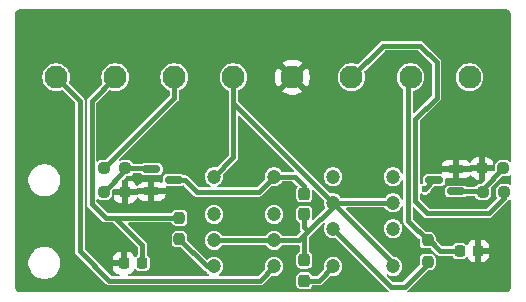
<source format=gbr>
%TF.GenerationSoftware,KiCad,Pcbnew,9.0.1*%
%TF.CreationDate,2025-06-11T23:13:23+02:00*%
%TF.ProjectId,PUTM_EV_CART_INDICATOR,5055544d-5f45-4565-9f43-4152545f494e,rev?*%
%TF.SameCoordinates,Original*%
%TF.FileFunction,Copper,L1,Top*%
%TF.FilePolarity,Positive*%
%FSLAX46Y46*%
G04 Gerber Fmt 4.6, Leading zero omitted, Abs format (unit mm)*
G04 Created by KiCad (PCBNEW 9.0.1) date 2025-06-11 23:13:23*
%MOMM*%
%LPD*%
G01*
G04 APERTURE LIST*
G04 Aperture macros list*
%AMRoundRect*
0 Rectangle with rounded corners*
0 $1 Rounding radius*
0 $2 $3 $4 $5 $6 $7 $8 $9 X,Y pos of 4 corners*
0 Add a 4 corners polygon primitive as box body*
4,1,4,$2,$3,$4,$5,$6,$7,$8,$9,$2,$3,0*
0 Add four circle primitives for the rounded corners*
1,1,$1+$1,$2,$3*
1,1,$1+$1,$4,$5*
1,1,$1+$1,$6,$7*
1,1,$1+$1,$8,$9*
0 Add four rect primitives between the rounded corners*
20,1,$1+$1,$2,$3,$4,$5,0*
20,1,$1+$1,$4,$5,$6,$7,0*
20,1,$1+$1,$6,$7,$8,$9,0*
20,1,$1+$1,$8,$9,$2,$3,0*%
G04 Aperture macros list end*
%TA.AperFunction,SMDPad,CuDef*%
%ADD10RoundRect,0.150000X-0.587500X-0.150000X0.587500X-0.150000X0.587500X0.150000X-0.587500X0.150000X0*%
%TD*%
%TA.AperFunction,ComponentPad*%
%ADD11C,1.200000*%
%TD*%
%TA.AperFunction,SMDPad,CuDef*%
%ADD12RoundRect,0.237500X0.237500X-0.287500X0.237500X0.287500X-0.237500X0.287500X-0.237500X-0.287500X0*%
%TD*%
%TA.AperFunction,SMDPad,CuDef*%
%ADD13RoundRect,0.237500X-0.237500X0.250000X-0.237500X-0.250000X0.237500X-0.250000X0.237500X0.250000X0*%
%TD*%
%TA.AperFunction,SMDPad,CuDef*%
%ADD14RoundRect,0.237500X-0.237500X0.287500X-0.237500X-0.287500X0.237500X-0.287500X0.237500X0.287500X0*%
%TD*%
%TA.AperFunction,SMDPad,CuDef*%
%ADD15RoundRect,0.218750X0.218750X0.256250X-0.218750X0.256250X-0.218750X-0.256250X0.218750X-0.256250X0*%
%TD*%
%TA.AperFunction,SMDPad,CuDef*%
%ADD16RoundRect,0.237500X0.250000X0.237500X-0.250000X0.237500X-0.250000X-0.237500X0.250000X-0.237500X0*%
%TD*%
%TA.AperFunction,SMDPad,CuDef*%
%ADD17RoundRect,0.150000X0.587500X0.150000X-0.587500X0.150000X-0.587500X-0.150000X0.587500X-0.150000X0*%
%TD*%
%TA.AperFunction,SMDPad,CuDef*%
%ADD18RoundRect,0.237500X-0.250000X-0.237500X0.250000X-0.237500X0.250000X0.237500X-0.250000X0.237500X0*%
%TD*%
%TA.AperFunction,SMDPad,CuDef*%
%ADD19RoundRect,0.218750X-0.218750X-0.256250X0.218750X-0.256250X0.218750X0.256250X-0.218750X0.256250X0*%
%TD*%
%TA.AperFunction,ComponentPad*%
%ADD20C,1.950000*%
%TD*%
%TA.AperFunction,ViaPad*%
%ADD21C,0.600000*%
%TD*%
%TA.AperFunction,Conductor*%
%ADD22C,0.400000*%
%TD*%
G04 APERTURE END LIST*
D10*
%TO.P,Q5,1,G*%
%TO.N,Net-(Q5-G)*%
X94062500Y-73050000D03*
%TO.P,Q5,2,S*%
%TO.N,GND*%
X94062500Y-74950000D03*
%TO.P,Q5,3,D*%
%TO.N,Net-(D2-A)*%
X95937500Y-74000000D03*
%TD*%
D11*
%TO.P,K3,1,COIL_1*%
%TO.N,+24V*%
X99357500Y-73700000D03*
%TO.P,K3,2,NC_1*%
%TO.N,unconnected-(K3-NC_1-Pad2)*%
X99357500Y-76900000D03*
%TO.P,K3,3,COM_1*%
%TO.N,+24V*%
X99357500Y-79100000D03*
%TO.P,K3,4,NO_1*%
%TO.N,Net-(K3-NO_1)*%
X99357500Y-81300000D03*
%TO.P,K3,5,NO_2*%
%TO.N,/TSAL_COLUMN*%
X104437500Y-81300000D03*
%TO.P,K3,6,COM_2*%
%TO.N,+24V*%
X104437500Y-79100000D03*
%TO.P,K3,7,NC_2*%
%TO.N,unconnected-(K3-NC_2-Pad7)*%
X104437500Y-76900000D03*
%TO.P,K3,8,COIL_2*%
%TO.N,Net-(D2-A)*%
X104437500Y-73700000D03*
%TD*%
D12*
%TO.P,D2,1,K*%
%TO.N,+24V*%
X107000000Y-76875000D03*
%TO.P,D2,2,A*%
%TO.N,Net-(D2-A)*%
X107000000Y-75125000D03*
%TD*%
D13*
%TO.P,R12,1*%
%TO.N,/TSAL_LED*%
X96437500Y-77175000D03*
%TO.P,R12,2*%
%TO.N,Net-(K3-NO_1)*%
X96437500Y-79000000D03*
%TD*%
D14*
%TO.P,D1,1,K*%
%TO.N,+24V*%
X107000000Y-80750000D03*
%TO.P,D1,2,A*%
%TO.N,Net-(D1-A)*%
X107000000Y-82500000D03*
%TD*%
D11*
%TO.P,K4,1,COIL_1*%
%TO.N,+24V*%
X114517500Y-81300000D03*
%TO.P,K4,2,NC_1*%
%TO.N,/IMD_COLUMN*%
X114517500Y-78100000D03*
%TO.P,K4,3,COM_1*%
%TO.N,+24V*%
X114517500Y-75900000D03*
%TO.P,K4,4,NO_1*%
%TO.N,unconnected-(K4-NO_1-Pad4)*%
X114517500Y-73700000D03*
%TO.P,K4,5,NO_2*%
%TO.N,unconnected-(K4-NO_2-Pad5)*%
X109437500Y-73700000D03*
%TO.P,K4,6,COM_2*%
%TO.N,+24V*%
X109437500Y-75900000D03*
%TO.P,K4,7,NC_2*%
%TO.N,Net-(K4-NC_2)*%
X109437500Y-78100000D03*
%TO.P,K4,8,COIL_2*%
%TO.N,Net-(D1-A)*%
X109437500Y-81300000D03*
%TD*%
D15*
%TO.P,D4,1,K*%
%TO.N,GND*%
X121725000Y-80000000D03*
%TO.P,D4,2,A*%
%TO.N,/IMD_LED*%
X120150000Y-80000000D03*
%TD*%
D16*
%TO.P,R22,1*%
%TO.N,Net-(Q4-G)*%
X123850000Y-73000000D03*
%TO.P,R22,2*%
%TO.N,GND*%
X122025000Y-73000000D03*
%TD*%
D17*
%TO.P,Q4,1,G*%
%TO.N,Net-(Q4-G)*%
X119875000Y-74950000D03*
%TO.P,Q4,2,S*%
%TO.N,GND*%
X119875000Y-73050000D03*
%TO.P,Q4,3,D*%
%TO.N,Net-(D1-A)*%
X118000000Y-74000000D03*
%TD*%
D16*
%TO.P,R6,1*%
%TO.N,Net-(Q5-G)*%
X91850000Y-73000000D03*
%TO.P,R6,2*%
%TO.N,/TSAL_GREEN*%
X90025000Y-73000000D03*
%TD*%
D18*
%TO.P,R10,1*%
%TO.N,Net-(Q4-G)*%
X122112500Y-75000000D03*
%TO.P,R10,2*%
%TO.N,/IMD*%
X123937500Y-75000000D03*
%TD*%
D19*
%TO.P,D3,1,K*%
%TO.N,GND*%
X91712500Y-81000000D03*
%TO.P,D3,2,A*%
%TO.N,/TSAL_LED*%
X93287500Y-81000000D03*
%TD*%
D16*
%TO.P,R8,1*%
%TO.N,GND*%
X91850000Y-75000000D03*
%TO.P,R8,2*%
%TO.N,Net-(Q5-G)*%
X90025000Y-75000000D03*
%TD*%
D20*
%TO.P,J1,1,Pin_1*%
%TO.N,/TSAL_COLUMN*%
X86000000Y-65280000D03*
%TO.P,J1,2,Pin_2*%
%TO.N,/TSAL_LED*%
X91000000Y-65280000D03*
%TO.P,J1,3,Pin_3*%
%TO.N,/TSAL_GREEN*%
X96000000Y-65280000D03*
%TO.P,J1,4,Pin_4*%
%TO.N,+24V*%
X101000000Y-65280000D03*
%TO.P,J1,5,Pin_5*%
%TO.N,GND*%
X106000000Y-65280000D03*
%TO.P,J1,6,Pin_6*%
%TO.N,/IMD*%
X111000000Y-65280000D03*
%TO.P,J1,7,Pin_7*%
%TO.N,/IMD_LED*%
X116000000Y-65280000D03*
%TO.P,J1,8,Pin_8*%
%TO.N,/IMD_COLUMN*%
X121000000Y-65280000D03*
%TD*%
D13*
%TO.P,R11,1*%
%TO.N,/IMD_LED*%
X117437500Y-79087500D03*
%TO.P,R11,2*%
%TO.N,Net-(K4-NC_2)*%
X117437500Y-80912500D03*
%TD*%
D21*
%TO.N,GND*%
X119000000Y-82500000D03*
X121200000Y-74000000D03*
X102500000Y-71000000D03*
X123500000Y-82000000D03*
X102000000Y-77000000D03*
X89500000Y-78500000D03*
X96000000Y-81000000D03*
X105500000Y-75000000D03*
%TO.N,Net-(D1-A)*%
X117218750Y-74718750D03*
%TD*%
D22*
%TO.N,+24V*%
X114517500Y-75900000D02*
X109437500Y-75900000D01*
X109437500Y-76231250D02*
X109437500Y-75900000D01*
X99357500Y-79100000D02*
X104437500Y-79100000D01*
X106568750Y-79100000D02*
X107334375Y-78334375D01*
X109437500Y-75900000D02*
X114517500Y-80980000D01*
X107000000Y-78668750D02*
X107334375Y-78334375D01*
X107334375Y-78334375D02*
X109437500Y-76231250D01*
X99357500Y-73700000D02*
X101000000Y-72057500D01*
X107000000Y-78000000D02*
X107334375Y-78334375D01*
X114517500Y-80980000D02*
X114517500Y-81300000D01*
X101000000Y-72057500D02*
X101000000Y-67462500D01*
X107000000Y-80750000D02*
X107000000Y-78668750D01*
X104437500Y-79100000D02*
X106568750Y-79100000D01*
X101000000Y-67462500D02*
X101000000Y-65280000D01*
X107000000Y-76875000D02*
X107000000Y-78000000D01*
X109437500Y-75900000D02*
X101000000Y-67462500D01*
%TO.N,/TSAL_COLUMN*%
X86000000Y-65280000D02*
X88000000Y-67280000D01*
X88000000Y-80000000D02*
X90500000Y-82500000D01*
X88000000Y-67280000D02*
X88000000Y-80000000D01*
X103237500Y-82500000D02*
X104437500Y-81300000D01*
X90500000Y-82500000D02*
X103237500Y-82500000D01*
%TO.N,/TSAL_GREEN*%
X96000000Y-65280000D02*
X96000000Y-67025000D01*
X96000000Y-67025000D02*
X90025000Y-73000000D01*
%TO.N,/IMD*%
X117400000Y-76800000D02*
X116400000Y-75800000D01*
X123937500Y-75000000D02*
X123937500Y-75462500D01*
X113680000Y-62600000D02*
X111000000Y-65280000D01*
X123937500Y-75462500D02*
X122600000Y-76800000D01*
X122600000Y-76800000D02*
X117400000Y-76800000D01*
X118200000Y-67000000D02*
X118200000Y-64000000D01*
X116400000Y-75800000D02*
X116400000Y-68800000D01*
X118200000Y-64000000D02*
X116800000Y-62600000D01*
X116800000Y-62600000D02*
X113680000Y-62600000D01*
X116400000Y-68800000D02*
X118200000Y-67000000D01*
%TO.N,/IMD_LED*%
X115800000Y-65480000D02*
X115800000Y-77450000D01*
X118525000Y-80000000D02*
X117437500Y-78912500D01*
X120150000Y-80000000D02*
X118525000Y-80000000D01*
X115800000Y-77450000D02*
X117437500Y-79087500D01*
X116000000Y-65280000D02*
X115800000Y-65480000D01*
%TO.N,/TSAL_LED*%
X90175000Y-77175000D02*
X89000000Y-76000000D01*
X93287500Y-79462500D02*
X93287500Y-81000000D01*
X89000000Y-76000000D02*
X89000000Y-67280000D01*
X96437500Y-77175000D02*
X91000000Y-77175000D01*
X91000000Y-77175000D02*
X90175000Y-77175000D01*
X91000000Y-77175000D02*
X93287500Y-79462500D01*
X89000000Y-67280000D02*
X91000000Y-65280000D01*
%TO.N,Net-(K3-NO_1)*%
X99357500Y-81300000D02*
X98737500Y-81300000D01*
X98737500Y-81300000D02*
X96437500Y-79000000D01*
%TO.N,Net-(K4-NC_2)*%
X117437500Y-81062500D02*
X117437500Y-80912500D01*
X114337500Y-83000000D02*
X109437500Y-78100000D01*
X114337500Y-83000000D02*
X115500000Y-83000000D01*
X115500000Y-83000000D02*
X117437500Y-81062500D01*
%TO.N,Net-(Q4-G)*%
X119875000Y-74950000D02*
X122062500Y-74950000D01*
X122112500Y-75000000D02*
X122112500Y-74737500D01*
X122112500Y-74737500D02*
X123850000Y-73000000D01*
X122062500Y-74950000D02*
X122112500Y-75000000D01*
%TO.N,Net-(Q5-G)*%
X91850000Y-73175000D02*
X90025000Y-75000000D01*
X91850000Y-73000000D02*
X91850000Y-73175000D01*
X94012500Y-73000000D02*
X94062500Y-73050000D01*
X91850000Y-73000000D02*
X94012500Y-73000000D01*
%TO.N,Net-(D1-A)*%
X117937500Y-74000000D02*
X118000000Y-74000000D01*
X108237500Y-82500000D02*
X109437500Y-81300000D01*
X117218750Y-74718750D02*
X117937500Y-74000000D01*
X107000000Y-82500000D02*
X108237500Y-82500000D01*
%TO.N,Net-(D2-A)*%
X106200000Y-73700000D02*
X104437500Y-73700000D01*
X97937500Y-75000000D02*
X103137500Y-75000000D01*
X96937500Y-74000000D02*
X97937500Y-75000000D01*
X107000000Y-74500000D02*
X106200000Y-73700000D01*
X95937500Y-74000000D02*
X96937500Y-74000000D01*
X107000000Y-75125000D02*
X107000000Y-74500000D01*
X103137500Y-75000000D02*
X104437500Y-73700000D01*
%TD*%
%TA.AperFunction,Conductor*%
%TO.N,GND*%
G36*
X124004126Y-59500965D02*
G01*
X124014292Y-59502110D01*
X124102873Y-59512091D01*
X124119013Y-59515775D01*
X124208852Y-59547211D01*
X124223781Y-59554400D01*
X124304372Y-59605038D01*
X124317328Y-59615370D01*
X124384629Y-59682671D01*
X124394961Y-59695627D01*
X124445599Y-59776218D01*
X124452788Y-59791147D01*
X124484222Y-59880980D01*
X124487909Y-59897131D01*
X124499035Y-59995873D01*
X124499500Y-60004159D01*
X124499500Y-72366387D01*
X124477826Y-72418713D01*
X124425500Y-72440387D01*
X124381558Y-72425928D01*
X124335422Y-72391879D01*
X124306975Y-72370884D01*
X124306974Y-72370883D01*
X124306972Y-72370882D01*
X124182354Y-72327276D01*
X124182355Y-72327276D01*
X124182350Y-72327275D01*
X124182349Y-72327275D01*
X124152756Y-72324500D01*
X123547244Y-72324500D01*
X123517651Y-72327275D01*
X123517649Y-72327275D01*
X123517645Y-72327276D01*
X123393026Y-72370882D01*
X123286790Y-72449288D01*
X123286788Y-72449290D01*
X123208382Y-72555526D01*
X123164776Y-72680145D01*
X123162000Y-72709749D01*
X123162000Y-73090954D01*
X123140326Y-73143280D01*
X123055280Y-73228326D01*
X123002954Y-73250000D01*
X122275000Y-73250000D01*
X122275000Y-73977954D01*
X122253326Y-74030280D01*
X121980781Y-74302826D01*
X121928455Y-74324500D01*
X121809744Y-74324500D01*
X121780151Y-74327275D01*
X121780149Y-74327275D01*
X121780145Y-74327276D01*
X121655525Y-74370883D01*
X121655523Y-74370884D01*
X121549293Y-74449284D01*
X121549287Y-74449291D01*
X121497514Y-74519442D01*
X121449003Y-74548673D01*
X121437974Y-74549500D01*
X120738333Y-74549500D01*
X120686007Y-74527826D01*
X120668982Y-74510801D01*
X120563894Y-74459427D01*
X120495764Y-74449500D01*
X120495760Y-74449500D01*
X119254240Y-74449500D01*
X119254235Y-74449500D01*
X119186106Y-74459427D01*
X119186105Y-74459427D01*
X119081017Y-74510801D01*
X118998301Y-74593517D01*
X118946927Y-74698605D01*
X118946927Y-74698606D01*
X118937000Y-74766735D01*
X118937000Y-75133264D01*
X118946927Y-75201393D01*
X118946927Y-75201394D01*
X118998301Y-75306482D01*
X118998302Y-75306483D01*
X119081017Y-75389198D01*
X119186107Y-75440573D01*
X119254240Y-75450500D01*
X119254246Y-75450500D01*
X120495754Y-75450500D01*
X120495760Y-75450500D01*
X120563893Y-75440573D01*
X120668983Y-75389198D01*
X120686007Y-75372174D01*
X120738333Y-75350500D01*
X121385495Y-75350500D01*
X121437821Y-75372174D01*
X121455342Y-75400060D01*
X121470882Y-75444472D01*
X121470883Y-75444474D01*
X121470884Y-75444475D01*
X121549289Y-75550711D01*
X121620755Y-75603455D01*
X121655526Y-75629117D01*
X121780145Y-75672723D01*
X121780151Y-75672725D01*
X121809744Y-75675500D01*
X121809751Y-75675500D01*
X122415249Y-75675500D01*
X122415256Y-75675500D01*
X122444849Y-75672725D01*
X122518412Y-75646984D01*
X122569473Y-75629117D01*
X122569473Y-75629116D01*
X122569475Y-75629116D01*
X122675711Y-75550711D01*
X122754116Y-75444475D01*
X122755482Y-75440573D01*
X122787000Y-75350500D01*
X122797725Y-75319849D01*
X122800500Y-75290256D01*
X122800500Y-74709744D01*
X122797725Y-74680151D01*
X122797146Y-74678496D01*
X122797190Y-74677704D01*
X122796764Y-74675752D01*
X122797306Y-74675633D01*
X122800316Y-74621952D01*
X122814662Y-74601729D01*
X123719219Y-73697174D01*
X123771545Y-73675500D01*
X124152749Y-73675500D01*
X124152756Y-73675500D01*
X124182349Y-73672725D01*
X124265820Y-73643517D01*
X124306973Y-73629117D01*
X124306973Y-73629116D01*
X124306975Y-73629116D01*
X124381558Y-73574071D01*
X124436529Y-73560439D01*
X124485040Y-73589669D01*
X124499500Y-73633612D01*
X124499500Y-74303581D01*
X124477826Y-74355907D01*
X124425500Y-74377581D01*
X124400200Y-74371310D01*
X124399709Y-74372715D01*
X124269854Y-74327276D01*
X124269855Y-74327276D01*
X124269850Y-74327275D01*
X124269849Y-74327275D01*
X124240256Y-74324500D01*
X123634744Y-74324500D01*
X123605151Y-74327275D01*
X123605149Y-74327275D01*
X123605145Y-74327276D01*
X123480526Y-74370882D01*
X123374290Y-74449288D01*
X123374288Y-74449290D01*
X123295882Y-74555526D01*
X123252276Y-74680145D01*
X123252275Y-74680149D01*
X123252275Y-74680151D01*
X123249500Y-74709744D01*
X123249500Y-75290256D01*
X123252275Y-75319849D01*
X123252275Y-75319851D01*
X123252276Y-75319854D01*
X123295883Y-75444473D01*
X123295883Y-75444474D01*
X123297664Y-75446887D01*
X123298110Y-75448689D01*
X123298475Y-75449378D01*
X123298304Y-75449468D01*
X123311298Y-75501859D01*
X123290450Y-75543156D01*
X122455781Y-76377826D01*
X122403455Y-76399500D01*
X117596544Y-76399500D01*
X117544218Y-76377826D01*
X116822174Y-75655781D01*
X116800500Y-75603455D01*
X116800500Y-75183372D01*
X116822174Y-75131046D01*
X116874500Y-75109372D01*
X116911496Y-75119284D01*
X117025564Y-75185142D01*
X117152855Y-75219249D01*
X117152856Y-75219250D01*
X117152858Y-75219250D01*
X117284644Y-75219250D01*
X117284644Y-75219249D01*
X117411936Y-75185142D01*
X117526064Y-75119250D01*
X117619250Y-75026064D01*
X117685142Y-74911936D01*
X117714117Y-74803795D01*
X117733270Y-74770622D01*
X117981719Y-74522174D01*
X118034045Y-74500500D01*
X118620754Y-74500500D01*
X118620760Y-74500500D01*
X118688893Y-74490573D01*
X118793983Y-74439198D01*
X118876698Y-74356483D01*
X118928073Y-74251393D01*
X118938000Y-74183260D01*
X118938000Y-73873896D01*
X118959674Y-73821570D01*
X119012000Y-73799896D01*
X119032645Y-73802834D01*
X119185008Y-73847099D01*
X119185005Y-73847099D01*
X119221859Y-73850000D01*
X119625000Y-73850000D01*
X119625000Y-73300000D01*
X120125000Y-73300000D01*
X120125000Y-73850000D01*
X120528141Y-73850000D01*
X120564993Y-73847099D01*
X120722699Y-73801281D01*
X120864056Y-73717682D01*
X120980183Y-73601555D01*
X120980183Y-73601554D01*
X120992643Y-73580487D01*
X121037934Y-73546480D01*
X121094006Y-73554460D01*
X121119321Y-73579307D01*
X121192554Y-73698037D01*
X121314462Y-73819945D01*
X121461194Y-73910451D01*
X121461200Y-73910453D01*
X121624846Y-73964680D01*
X121725857Y-73974999D01*
X121725858Y-73974999D01*
X121774999Y-73974998D01*
X121775000Y-73974998D01*
X121775000Y-73250000D01*
X121192500Y-73250000D01*
X121175529Y-73266970D01*
X121170826Y-73278326D01*
X121118500Y-73300000D01*
X120125000Y-73300000D01*
X119625000Y-73300000D01*
X118640204Y-73300000D01*
X118640400Y-73302493D01*
X118670139Y-73404855D01*
X118663924Y-73461150D01*
X118619722Y-73496562D01*
X118599077Y-73499500D01*
X117379235Y-73499500D01*
X117311106Y-73509427D01*
X117311105Y-73509427D01*
X117206017Y-73560801D01*
X117123301Y-73643517D01*
X117071927Y-73748605D01*
X117071927Y-73748606D01*
X117062000Y-73816735D01*
X117062000Y-74185938D01*
X117061072Y-74185938D01*
X117058016Y-74195135D01*
X117059663Y-74207642D01*
X117049433Y-74220974D01*
X117044137Y-74236917D01*
X117025185Y-74252576D01*
X116958413Y-74291128D01*
X116911499Y-74318213D01*
X116855348Y-74325606D01*
X116810414Y-74291128D01*
X116800500Y-74254127D01*
X116800500Y-72800000D01*
X118640204Y-72800000D01*
X119625000Y-72800000D01*
X119625000Y-72250000D01*
X120125000Y-72250000D01*
X120125000Y-72800000D01*
X120957500Y-72800000D01*
X120974470Y-72783029D01*
X120979174Y-72771674D01*
X121031500Y-72750000D01*
X121775000Y-72750000D01*
X122275000Y-72750000D01*
X123012499Y-72750000D01*
X123012499Y-72713361D01*
X123012498Y-72713355D01*
X123002180Y-72612346D01*
X122947953Y-72448700D01*
X122947951Y-72448694D01*
X122857445Y-72301962D01*
X122735537Y-72180054D01*
X122588805Y-72089548D01*
X122588799Y-72089546D01*
X122425153Y-72035319D01*
X122324143Y-72025000D01*
X122275000Y-72025000D01*
X122275000Y-72750000D01*
X121775000Y-72750000D01*
X121775000Y-72025000D01*
X121774999Y-72024999D01*
X121725860Y-72025000D01*
X121725854Y-72025001D01*
X121624846Y-72035319D01*
X121461200Y-72089546D01*
X121461194Y-72089548D01*
X121314462Y-72180054D01*
X121192554Y-72301962D01*
X121102048Y-72448694D01*
X121102045Y-72448701D01*
X121097070Y-72463715D01*
X121060035Y-72506566D01*
X121003548Y-72510679D01*
X120974501Y-72492762D01*
X120864056Y-72382317D01*
X120722699Y-72298718D01*
X120564991Y-72252900D01*
X120564994Y-72252900D01*
X120528141Y-72250000D01*
X120125000Y-72250000D01*
X119625000Y-72250000D01*
X119221859Y-72250000D01*
X119185006Y-72252900D01*
X119027300Y-72298718D01*
X118885943Y-72382317D01*
X118769817Y-72498443D01*
X118686218Y-72639800D01*
X118640400Y-72797506D01*
X118640204Y-72800000D01*
X116800500Y-72800000D01*
X116800500Y-68996545D01*
X116822174Y-68944219D01*
X117511938Y-68254455D01*
X118520480Y-67245913D01*
X118537411Y-67216587D01*
X118573207Y-67154587D01*
X118600499Y-67052729D01*
X118600500Y-67052729D01*
X118600500Y-65187484D01*
X119824500Y-65187484D01*
X119824500Y-65372515D01*
X119853444Y-65555261D01*
X119853447Y-65555274D01*
X119910619Y-65731232D01*
X119910621Y-65731236D01*
X119994620Y-65896092D01*
X119994623Y-65896098D01*
X120103375Y-66045782D01*
X120103379Y-66045787D01*
X120234213Y-66176621D01*
X120383904Y-66285378D01*
X120501233Y-66345160D01*
X120548763Y-66369378D01*
X120548767Y-66369380D01*
X120724725Y-66426552D01*
X120724731Y-66426553D01*
X120724736Y-66426555D01*
X120799497Y-66438396D01*
X120907484Y-66455500D01*
X120907486Y-66455500D01*
X121092516Y-66455500D01*
X121165614Y-66443922D01*
X121275264Y-66426555D01*
X121275271Y-66426552D01*
X121275274Y-66426552D01*
X121451232Y-66369380D01*
X121451232Y-66369379D01*
X121451235Y-66369379D01*
X121616096Y-66285378D01*
X121765787Y-66176621D01*
X121896621Y-66045787D01*
X122005378Y-65896096D01*
X122089379Y-65731235D01*
X122146555Y-65555264D01*
X122175500Y-65372514D01*
X122175500Y-65187486D01*
X122146555Y-65004736D01*
X122146553Y-65004731D01*
X122146552Y-65004725D01*
X122089380Y-64828767D01*
X122089378Y-64828763D01*
X122030803Y-64713804D01*
X122005378Y-64663904D01*
X121896621Y-64514213D01*
X121765787Y-64383379D01*
X121765784Y-64383376D01*
X121765782Y-64383375D01*
X121616098Y-64274623D01*
X121616092Y-64274620D01*
X121451236Y-64190621D01*
X121451232Y-64190619D01*
X121275274Y-64133447D01*
X121275261Y-64133444D01*
X121092516Y-64104500D01*
X121092514Y-64104500D01*
X120907486Y-64104500D01*
X120907484Y-64104500D01*
X120724738Y-64133444D01*
X120724725Y-64133447D01*
X120548767Y-64190619D01*
X120548763Y-64190621D01*
X120383907Y-64274620D01*
X120383901Y-64274623D01*
X120234217Y-64383375D01*
X120103375Y-64514217D01*
X119994623Y-64663901D01*
X119994620Y-64663907D01*
X119910621Y-64828763D01*
X119910619Y-64828767D01*
X119853447Y-65004725D01*
X119853444Y-65004738D01*
X119824500Y-65187484D01*
X118600500Y-65187484D01*
X118600500Y-63947273D01*
X118573207Y-63845413D01*
X118573207Y-63845412D01*
X118520482Y-63754090D01*
X118520481Y-63754089D01*
X118520480Y-63754087D01*
X117045913Y-62279520D01*
X117045910Y-62279518D01*
X117045909Y-62279517D01*
X116954592Y-62226795D01*
X116954588Y-62226793D01*
X116954581Y-62226791D01*
X116852727Y-62199500D01*
X113627273Y-62199500D01*
X113627271Y-62199500D01*
X113525417Y-62226791D01*
X113525408Y-62226795D01*
X113434086Y-62279520D01*
X111536783Y-64176822D01*
X111484457Y-64198496D01*
X111454136Y-64191217D01*
X111453922Y-64191734D01*
X111451229Y-64190618D01*
X111275274Y-64133447D01*
X111275261Y-64133444D01*
X111092516Y-64104500D01*
X111092514Y-64104500D01*
X110907486Y-64104500D01*
X110907484Y-64104500D01*
X110724738Y-64133444D01*
X110724725Y-64133447D01*
X110548767Y-64190619D01*
X110548763Y-64190621D01*
X110383907Y-64274620D01*
X110383901Y-64274623D01*
X110234217Y-64383375D01*
X110103375Y-64514217D01*
X109994623Y-64663901D01*
X109994620Y-64663907D01*
X109910621Y-64828763D01*
X109910619Y-64828767D01*
X109853447Y-65004725D01*
X109853444Y-65004738D01*
X109824500Y-65187484D01*
X109824500Y-65372515D01*
X109853444Y-65555261D01*
X109853447Y-65555274D01*
X109910619Y-65731232D01*
X109910621Y-65731236D01*
X109994620Y-65896092D01*
X109994623Y-65896098D01*
X110103375Y-66045782D01*
X110103379Y-66045787D01*
X110234213Y-66176621D01*
X110383904Y-66285378D01*
X110501233Y-66345160D01*
X110548763Y-66369378D01*
X110548767Y-66369380D01*
X110724725Y-66426552D01*
X110724731Y-66426553D01*
X110724736Y-66426555D01*
X110799497Y-66438396D01*
X110907484Y-66455500D01*
X110907486Y-66455500D01*
X111092516Y-66455500D01*
X111165614Y-66443922D01*
X111275264Y-66426555D01*
X111275271Y-66426552D01*
X111275274Y-66426552D01*
X111451232Y-66369380D01*
X111451232Y-66369379D01*
X111451235Y-66369379D01*
X111616096Y-66285378D01*
X111765787Y-66176621D01*
X111896621Y-66045787D01*
X112005378Y-65896096D01*
X112089379Y-65731235D01*
X112146555Y-65555264D01*
X112175500Y-65372514D01*
X112175500Y-65187486D01*
X112146555Y-65004736D01*
X112146553Y-65004731D01*
X112146552Y-65004725D01*
X112089381Y-64828770D01*
X112088266Y-64826078D01*
X112089300Y-64825649D01*
X112085117Y-64772695D01*
X112103174Y-64743217D01*
X113824219Y-63022174D01*
X113876545Y-63000500D01*
X116603455Y-63000500D01*
X116655781Y-63022174D01*
X117777826Y-64144219D01*
X117799500Y-64196545D01*
X117799500Y-66803455D01*
X117777826Y-66855781D01*
X116326826Y-68306781D01*
X116274500Y-68328455D01*
X116222174Y-68306781D01*
X116200500Y-68254455D01*
X116200500Y-66501598D01*
X116222174Y-66449272D01*
X116262924Y-66428509D01*
X116275264Y-66426555D01*
X116275266Y-66426554D01*
X116275268Y-66426554D01*
X116451232Y-66369380D01*
X116451232Y-66369379D01*
X116451235Y-66369379D01*
X116616096Y-66285378D01*
X116765787Y-66176621D01*
X116896621Y-66045787D01*
X117005378Y-65896096D01*
X117089379Y-65731235D01*
X117146555Y-65555264D01*
X117175500Y-65372514D01*
X117175500Y-65187486D01*
X117146555Y-65004736D01*
X117146553Y-65004731D01*
X117146552Y-65004725D01*
X117089380Y-64828767D01*
X117089378Y-64828763D01*
X117030803Y-64713804D01*
X117005378Y-64663904D01*
X116896621Y-64514213D01*
X116765787Y-64383379D01*
X116765784Y-64383376D01*
X116765782Y-64383375D01*
X116616098Y-64274623D01*
X116616092Y-64274620D01*
X116451236Y-64190621D01*
X116451232Y-64190619D01*
X116275274Y-64133447D01*
X116275261Y-64133444D01*
X116092516Y-64104500D01*
X116092514Y-64104500D01*
X115907486Y-64104500D01*
X115907484Y-64104500D01*
X115724738Y-64133444D01*
X115724725Y-64133447D01*
X115548767Y-64190619D01*
X115548763Y-64190621D01*
X115383907Y-64274620D01*
X115383901Y-64274623D01*
X115234217Y-64383375D01*
X115103375Y-64514217D01*
X114994623Y-64663901D01*
X114994620Y-64663907D01*
X114910621Y-64828763D01*
X114910619Y-64828767D01*
X114853447Y-65004725D01*
X114853444Y-65004738D01*
X114824500Y-65187484D01*
X114824500Y-65372515D01*
X114853444Y-65555261D01*
X114853447Y-65555274D01*
X114910619Y-65731232D01*
X114910621Y-65731236D01*
X114994620Y-65896092D01*
X114994623Y-65896098D01*
X115103375Y-66045782D01*
X115103379Y-66045787D01*
X115234213Y-66176621D01*
X115234216Y-66176623D01*
X115234217Y-66176624D01*
X115368996Y-66274547D01*
X115398589Y-66322838D01*
X115399500Y-66334414D01*
X115399500Y-73365506D01*
X115377826Y-73417832D01*
X115325500Y-73439506D01*
X115273174Y-73417832D01*
X115257133Y-73393824D01*
X115226896Y-73320825D01*
X115226895Y-73320823D01*
X115226894Y-73320821D01*
X115139289Y-73189711D01*
X115027789Y-73078211D01*
X114896679Y-72990606D01*
X114896675Y-72990604D01*
X114896673Y-72990603D01*
X114896674Y-72990603D01*
X114751001Y-72930264D01*
X114750991Y-72930261D01*
X114647425Y-72909661D01*
X114596342Y-72899500D01*
X114438658Y-72899500D01*
X114394815Y-72908220D01*
X114284008Y-72930261D01*
X114283998Y-72930264D01*
X114138325Y-72990603D01*
X114007211Y-73078210D01*
X114007210Y-73078212D01*
X113895712Y-73189710D01*
X113895710Y-73189711D01*
X113808103Y-73320825D01*
X113747764Y-73466498D01*
X113747761Y-73466508D01*
X113726366Y-73574072D01*
X113717000Y-73621158D01*
X113717000Y-73778842D01*
X113725176Y-73819945D01*
X113747761Y-73933491D01*
X113747764Y-73933501D01*
X113808103Y-74079174D01*
X113808105Y-74079177D01*
X113808106Y-74079179D01*
X113826219Y-74106287D01*
X113875508Y-74180054D01*
X113895711Y-74210289D01*
X114007211Y-74321789D01*
X114138321Y-74409394D01*
X114138326Y-74409396D01*
X114138325Y-74409396D01*
X114235146Y-74449500D01*
X114284003Y-74469737D01*
X114438658Y-74500500D01*
X114438660Y-74500500D01*
X114596340Y-74500500D01*
X114596342Y-74500500D01*
X114750997Y-74469737D01*
X114896679Y-74409394D01*
X115027789Y-74321789D01*
X115139289Y-74210289D01*
X115226894Y-74079179D01*
X115257133Y-74006174D01*
X115297181Y-73966126D01*
X115353818Y-73966126D01*
X115393867Y-74006174D01*
X115399500Y-74034493D01*
X115399500Y-75565506D01*
X115377826Y-75617832D01*
X115325500Y-75639506D01*
X115273174Y-75617832D01*
X115257133Y-75593824D01*
X115226896Y-75520825D01*
X115226895Y-75520823D01*
X115226894Y-75520821D01*
X115139289Y-75389711D01*
X115027789Y-75278211D01*
X114896679Y-75190606D01*
X114896675Y-75190604D01*
X114896673Y-75190603D01*
X114896674Y-75190603D01*
X114751001Y-75130264D01*
X114750991Y-75130261D01*
X114645972Y-75109372D01*
X114596342Y-75099500D01*
X114438658Y-75099500D01*
X114403502Y-75106493D01*
X114284008Y-75130261D01*
X114283998Y-75130264D01*
X114138325Y-75190603D01*
X114007211Y-75278210D01*
X114007210Y-75278211D01*
X113895709Y-75389713D01*
X113895708Y-75389714D01*
X113844327Y-75466612D01*
X113797234Y-75498078D01*
X113782798Y-75499500D01*
X110172202Y-75499500D01*
X110119876Y-75477826D01*
X110110673Y-75466612D01*
X110059291Y-75389714D01*
X110059290Y-75389713D01*
X110059289Y-75389711D01*
X109947789Y-75278211D01*
X109816679Y-75190606D01*
X109816675Y-75190604D01*
X109816673Y-75190603D01*
X109816674Y-75190603D01*
X109671001Y-75130264D01*
X109670991Y-75130261D01*
X109565972Y-75109372D01*
X109516342Y-75099500D01*
X109358658Y-75099500D01*
X109267946Y-75117543D01*
X109212397Y-75106493D01*
X109201184Y-75097291D01*
X107725051Y-73621158D01*
X108637000Y-73621158D01*
X108637000Y-73778842D01*
X108645176Y-73819945D01*
X108667761Y-73933491D01*
X108667764Y-73933501D01*
X108728103Y-74079174D01*
X108728105Y-74079177D01*
X108728106Y-74079179D01*
X108746219Y-74106287D01*
X108795508Y-74180054D01*
X108815711Y-74210289D01*
X108927211Y-74321789D01*
X109058321Y-74409394D01*
X109058326Y-74409396D01*
X109058325Y-74409396D01*
X109155146Y-74449500D01*
X109204003Y-74469737D01*
X109358658Y-74500500D01*
X109358660Y-74500500D01*
X109516340Y-74500500D01*
X109516342Y-74500500D01*
X109670997Y-74469737D01*
X109816679Y-74409394D01*
X109947789Y-74321789D01*
X110059289Y-74210289D01*
X110146894Y-74079179D01*
X110207237Y-73933497D01*
X110238000Y-73778842D01*
X110238000Y-73621158D01*
X110207237Y-73466503D01*
X110196055Y-73439506D01*
X110146896Y-73320825D01*
X110146895Y-73320823D01*
X110146894Y-73320821D01*
X110059289Y-73189711D01*
X109947789Y-73078211D01*
X109816679Y-72990606D01*
X109816675Y-72990604D01*
X109816673Y-72990603D01*
X109816674Y-72990603D01*
X109671001Y-72930264D01*
X109670991Y-72930261D01*
X109567425Y-72909661D01*
X109516342Y-72899500D01*
X109358658Y-72899500D01*
X109314815Y-72908220D01*
X109204008Y-72930261D01*
X109203998Y-72930264D01*
X109058325Y-72990603D01*
X108927211Y-73078210D01*
X108927210Y-73078212D01*
X108815712Y-73189710D01*
X108815710Y-73189711D01*
X108728103Y-73320825D01*
X108667764Y-73466498D01*
X108667761Y-73466508D01*
X108646366Y-73574072D01*
X108637000Y-73621158D01*
X107725051Y-73621158D01*
X101422174Y-67318281D01*
X101400500Y-67265955D01*
X101400500Y-66439628D01*
X101422174Y-66387302D01*
X101448768Y-66371005D01*
X101448555Y-66370489D01*
X101451229Y-66369380D01*
X101451235Y-66369379D01*
X101453416Y-66368268D01*
X101498767Y-66345160D01*
X101616096Y-66285378D01*
X101765787Y-66176621D01*
X101896621Y-66045787D01*
X102005378Y-65896096D01*
X102089379Y-65731235D01*
X102146555Y-65555264D01*
X102175500Y-65372514D01*
X102175500Y-65187486D01*
X102171767Y-65163914D01*
X104525000Y-65163914D01*
X104525000Y-65396085D01*
X104561318Y-65625394D01*
X104561321Y-65625407D01*
X104633060Y-65846195D01*
X104738466Y-66053068D01*
X104795238Y-66131206D01*
X105398957Y-65527486D01*
X105423978Y-65587890D01*
X105495112Y-65694351D01*
X105585649Y-65784888D01*
X105692110Y-65856022D01*
X105752511Y-65881041D01*
X105148792Y-66484761D01*
X105226932Y-66541533D01*
X105433804Y-66646939D01*
X105654592Y-66718678D01*
X105654605Y-66718681D01*
X105883914Y-66755000D01*
X106116086Y-66755000D01*
X106345394Y-66718681D01*
X106345407Y-66718678D01*
X106566197Y-66646938D01*
X106566203Y-66646936D01*
X106773064Y-66541534D01*
X106773070Y-66541531D01*
X106851206Y-66484761D01*
X106247487Y-65881041D01*
X106307890Y-65856022D01*
X106414351Y-65784888D01*
X106504888Y-65694351D01*
X106576022Y-65587890D01*
X106601042Y-65527487D01*
X107204761Y-66131206D01*
X107261531Y-66053070D01*
X107261534Y-66053064D01*
X107366936Y-65846203D01*
X107366938Y-65846197D01*
X107438678Y-65625407D01*
X107438681Y-65625394D01*
X107475000Y-65396085D01*
X107475000Y-65163914D01*
X107438681Y-64934605D01*
X107438678Y-64934592D01*
X107366939Y-64713804D01*
X107261533Y-64506932D01*
X107204761Y-64428792D01*
X106601041Y-65032511D01*
X106576022Y-64972110D01*
X106504888Y-64865649D01*
X106414351Y-64775112D01*
X106307890Y-64703978D01*
X106247486Y-64678957D01*
X106851206Y-64075238D01*
X106773068Y-64018466D01*
X106566195Y-63913060D01*
X106345407Y-63841321D01*
X106345394Y-63841318D01*
X106116086Y-63805000D01*
X105883914Y-63805000D01*
X105654605Y-63841318D01*
X105654592Y-63841321D01*
X105433804Y-63913060D01*
X105226933Y-64018466D01*
X105148792Y-64075237D01*
X105148792Y-64075238D01*
X105752512Y-64678958D01*
X105692110Y-64703978D01*
X105585649Y-64775112D01*
X105495112Y-64865649D01*
X105423978Y-64972110D01*
X105398958Y-65032512D01*
X104795238Y-64428792D01*
X104795237Y-64428792D01*
X104738466Y-64506933D01*
X104633060Y-64713804D01*
X104561321Y-64934592D01*
X104561318Y-64934605D01*
X104525000Y-65163914D01*
X102171767Y-65163914D01*
X102146555Y-65004736D01*
X102146553Y-65004731D01*
X102146552Y-65004725D01*
X102089380Y-64828767D01*
X102089378Y-64828763D01*
X102030803Y-64713804D01*
X102005378Y-64663904D01*
X101896621Y-64514213D01*
X101765787Y-64383379D01*
X101765784Y-64383376D01*
X101765782Y-64383375D01*
X101616098Y-64274623D01*
X101616092Y-64274620D01*
X101451236Y-64190621D01*
X101451232Y-64190619D01*
X101399525Y-64173819D01*
X101275274Y-64133447D01*
X101275261Y-64133444D01*
X101092516Y-64104500D01*
X101092514Y-64104500D01*
X100907486Y-64104500D01*
X100907484Y-64104500D01*
X100724738Y-64133444D01*
X100724725Y-64133447D01*
X100548767Y-64190619D01*
X100548763Y-64190621D01*
X100383907Y-64274620D01*
X100383901Y-64274623D01*
X100234217Y-64383375D01*
X100103375Y-64514217D01*
X99994623Y-64663901D01*
X99994620Y-64663907D01*
X99910621Y-64828763D01*
X99910619Y-64828767D01*
X99853447Y-65004725D01*
X99853444Y-65004738D01*
X99824500Y-65187484D01*
X99824500Y-65372515D01*
X99853444Y-65555261D01*
X99853447Y-65555274D01*
X99910619Y-65731232D01*
X99910621Y-65731236D01*
X99994620Y-65896092D01*
X99994623Y-65896098D01*
X100103375Y-66045782D01*
X100103379Y-66045787D01*
X100234213Y-66176621D01*
X100383904Y-66285378D01*
X100457423Y-66322838D01*
X100548758Y-66369376D01*
X100551445Y-66370489D01*
X100551019Y-66371516D01*
X100591433Y-66406031D01*
X100599500Y-66439628D01*
X100599500Y-71860954D01*
X100577826Y-71913280D01*
X99593814Y-72897291D01*
X99541488Y-72918965D01*
X99527052Y-72917543D01*
X99467627Y-72905723D01*
X99436342Y-72899500D01*
X99278658Y-72899500D01*
X99234815Y-72908220D01*
X99124008Y-72930261D01*
X99123998Y-72930264D01*
X98978325Y-72990603D01*
X98847211Y-73078210D01*
X98847210Y-73078212D01*
X98735712Y-73189710D01*
X98735710Y-73189711D01*
X98648103Y-73320825D01*
X98587764Y-73466498D01*
X98587761Y-73466508D01*
X98566366Y-73574072D01*
X98557000Y-73621158D01*
X98557000Y-73778842D01*
X98565176Y-73819945D01*
X98587761Y-73933491D01*
X98587764Y-73933501D01*
X98648103Y-74079174D01*
X98648105Y-74079177D01*
X98648106Y-74079179D01*
X98666219Y-74106287D01*
X98715508Y-74180054D01*
X98735711Y-74210289D01*
X98847211Y-74321789D01*
X98978321Y-74409394D01*
X98978326Y-74409396D01*
X98978325Y-74409396D01*
X99093574Y-74457133D01*
X99133623Y-74497181D01*
X99133623Y-74553818D01*
X99093575Y-74593867D01*
X99065256Y-74599500D01*
X98134044Y-74599500D01*
X98081718Y-74577826D01*
X97653892Y-74150000D01*
X97183413Y-73679520D01*
X97183410Y-73679518D01*
X97183409Y-73679517D01*
X97092092Y-73626795D01*
X97092088Y-73626793D01*
X97071057Y-73621158D01*
X96990227Y-73599500D01*
X96990226Y-73599500D01*
X96800833Y-73599500D01*
X96748507Y-73577826D01*
X96731482Y-73560801D01*
X96626394Y-73509427D01*
X96558264Y-73499500D01*
X96558260Y-73499500D01*
X95316740Y-73499500D01*
X95316735Y-73499500D01*
X95248606Y-73509427D01*
X95248605Y-73509427D01*
X95143517Y-73560801D01*
X95060801Y-73643517D01*
X95009427Y-73748605D01*
X95009427Y-73748606D01*
X94999500Y-73816735D01*
X94999500Y-74126103D01*
X94977826Y-74178429D01*
X94925500Y-74200103D01*
X94904855Y-74197165D01*
X94752492Y-74152900D01*
X94752494Y-74152900D01*
X94715641Y-74150000D01*
X94312500Y-74150000D01*
X94312500Y-74700000D01*
X95297296Y-74700000D01*
X95297099Y-74697506D01*
X95267361Y-74595145D01*
X95273576Y-74538850D01*
X95317778Y-74503438D01*
X95338423Y-74500500D01*
X96558254Y-74500500D01*
X96558260Y-74500500D01*
X96626393Y-74490573D01*
X96731483Y-74439198D01*
X96731485Y-74439195D01*
X96736956Y-74436521D01*
X96793485Y-74433011D01*
X96821783Y-74450676D01*
X97614431Y-75243323D01*
X97614436Y-75243329D01*
X97617020Y-75245913D01*
X97691587Y-75320480D01*
X97743583Y-75350500D01*
X97778937Y-75370911D01*
X97778937Y-75370912D01*
X97781124Y-75372174D01*
X97782913Y-75373207D01*
X97782915Y-75373207D01*
X97782918Y-75373209D01*
X97844516Y-75389714D01*
X97884770Y-75400500D01*
X97884771Y-75400501D01*
X97884773Y-75400501D01*
X97994757Y-75400501D01*
X97994773Y-75400500D01*
X103190226Y-75400500D01*
X103190227Y-75400500D01*
X103292088Y-75373207D01*
X103383413Y-75320480D01*
X104201184Y-74502706D01*
X104253509Y-74481033D01*
X104267938Y-74482454D01*
X104358658Y-74500500D01*
X104358660Y-74500500D01*
X104516340Y-74500500D01*
X104516342Y-74500500D01*
X104670997Y-74469737D01*
X104816679Y-74409394D01*
X104947789Y-74321789D01*
X105059289Y-74210289D01*
X105110673Y-74133388D01*
X105157766Y-74101922D01*
X105172202Y-74100500D01*
X106003455Y-74100500D01*
X106055781Y-74122174D01*
X106407913Y-74474306D01*
X106429587Y-74526632D01*
X106415128Y-74570573D01*
X106370883Y-74630524D01*
X106370883Y-74630525D01*
X106327276Y-74755145D01*
X106327275Y-74755149D01*
X106327275Y-74755151D01*
X106324500Y-74784744D01*
X106324500Y-75465256D01*
X106327275Y-75494849D01*
X106327275Y-75494851D01*
X106327276Y-75494854D01*
X106370882Y-75619473D01*
X106407360Y-75668899D01*
X106449289Y-75725711D01*
X106482200Y-75750000D01*
X106555526Y-75804117D01*
X106680145Y-75847723D01*
X106680151Y-75847725D01*
X106709744Y-75850500D01*
X106709751Y-75850500D01*
X107290249Y-75850500D01*
X107290256Y-75850500D01*
X107319849Y-75847725D01*
X107376532Y-75827890D01*
X107444473Y-75804117D01*
X107444473Y-75804116D01*
X107444475Y-75804116D01*
X107550711Y-75725711D01*
X107629116Y-75619475D01*
X107629744Y-75617682D01*
X107655821Y-75543156D01*
X107672725Y-75494849D01*
X107675500Y-75465256D01*
X107675500Y-74883045D01*
X107697174Y-74830719D01*
X107749500Y-74809045D01*
X107801826Y-74830719D01*
X108634791Y-75663684D01*
X108656465Y-75716010D01*
X108655043Y-75730446D01*
X108637000Y-75821158D01*
X108637000Y-75978840D01*
X108667761Y-76133491D01*
X108667764Y-76133501D01*
X108728105Y-76279179D01*
X108732445Y-76285673D01*
X108743495Y-76341221D01*
X108723243Y-76379112D01*
X107798774Y-77303582D01*
X107746448Y-77325256D01*
X107694122Y-77303582D01*
X107672448Y-77251256D01*
X107672769Y-77244370D01*
X107675500Y-77215256D01*
X107675500Y-76534744D01*
X107672725Y-76505151D01*
X107645318Y-76426826D01*
X107629117Y-76380526D01*
X107603299Y-76345544D01*
X107550711Y-76274289D01*
X107458418Y-76206174D01*
X107444473Y-76195882D01*
X107319854Y-76152276D01*
X107319855Y-76152276D01*
X107319850Y-76152275D01*
X107319849Y-76152275D01*
X107290256Y-76149500D01*
X106709744Y-76149500D01*
X106680151Y-76152275D01*
X106680149Y-76152275D01*
X106680145Y-76152276D01*
X106555526Y-76195882D01*
X106449290Y-76274288D01*
X106449288Y-76274290D01*
X106370882Y-76380526D01*
X106327276Y-76505145D01*
X106327275Y-76505149D01*
X106327275Y-76505151D01*
X106324500Y-76534744D01*
X106324500Y-77215256D01*
X106327275Y-77244849D01*
X106327275Y-77244851D01*
X106327276Y-77244854D01*
X106370882Y-77369473D01*
X106404283Y-77414729D01*
X106449289Y-77475711D01*
X106555525Y-77554116D01*
X106555529Y-77554117D01*
X106560072Y-77556518D01*
X106596210Y-77600128D01*
X106599500Y-77621946D01*
X106599500Y-77947273D01*
X106599500Y-78052727D01*
X106626793Y-78154588D01*
X106626795Y-78154592D01*
X106679518Y-78245911D01*
X106715655Y-78282048D01*
X106737329Y-78334374D01*
X106715655Y-78386700D01*
X106424531Y-78677826D01*
X106372205Y-78699500D01*
X105172202Y-78699500D01*
X105119876Y-78677826D01*
X105110673Y-78666612D01*
X105059291Y-78589714D01*
X105059290Y-78589713D01*
X105059289Y-78589711D01*
X104947789Y-78478211D01*
X104816679Y-78390606D01*
X104816675Y-78390604D01*
X104816673Y-78390603D01*
X104816674Y-78390603D01*
X104671001Y-78330264D01*
X104670991Y-78330261D01*
X104567425Y-78309661D01*
X104516342Y-78299500D01*
X104358658Y-78299500D01*
X104314815Y-78308220D01*
X104204008Y-78330261D01*
X104203998Y-78330264D01*
X104058325Y-78390603D01*
X103927211Y-78478210D01*
X103927210Y-78478211D01*
X103815709Y-78589713D01*
X103815708Y-78589714D01*
X103764327Y-78666612D01*
X103717234Y-78698078D01*
X103702798Y-78699500D01*
X100092202Y-78699500D01*
X100039876Y-78677826D01*
X100030673Y-78666612D01*
X99979291Y-78589714D01*
X99979290Y-78589713D01*
X99979289Y-78589711D01*
X99867789Y-78478211D01*
X99736679Y-78390606D01*
X99736675Y-78390604D01*
X99736673Y-78390603D01*
X99736674Y-78390603D01*
X99591001Y-78330264D01*
X99590991Y-78330261D01*
X99487425Y-78309661D01*
X99436342Y-78299500D01*
X99278658Y-78299500D01*
X99234815Y-78308220D01*
X99124008Y-78330261D01*
X99123998Y-78330264D01*
X98978325Y-78390603D01*
X98847211Y-78478210D01*
X98847210Y-78478212D01*
X98735712Y-78589710D01*
X98735710Y-78589711D01*
X98648103Y-78720825D01*
X98587764Y-78866498D01*
X98587761Y-78866508D01*
X98557000Y-79021159D01*
X98557000Y-79178840D01*
X98587761Y-79333491D01*
X98587764Y-79333501D01*
X98648103Y-79479174D01*
X98648105Y-79479177D01*
X98648106Y-79479179D01*
X98676174Y-79521185D01*
X98711797Y-79574500D01*
X98735711Y-79610289D01*
X98847211Y-79721789D01*
X98978321Y-79809394D01*
X98978326Y-79809396D01*
X98978325Y-79809396D01*
X99064159Y-79844949D01*
X99124003Y-79869737D01*
X99278658Y-79900500D01*
X99278660Y-79900500D01*
X99436340Y-79900500D01*
X99436342Y-79900500D01*
X99590997Y-79869737D01*
X99736679Y-79809394D01*
X99867789Y-79721789D01*
X99979289Y-79610289D01*
X100030673Y-79533388D01*
X100077766Y-79501922D01*
X100092202Y-79500500D01*
X103702798Y-79500500D01*
X103755124Y-79522174D01*
X103764327Y-79533388D01*
X103815711Y-79610289D01*
X103927211Y-79721789D01*
X104058321Y-79809394D01*
X104058326Y-79809396D01*
X104058325Y-79809396D01*
X104144159Y-79844949D01*
X104204003Y-79869737D01*
X104358658Y-79900500D01*
X104358660Y-79900500D01*
X104516340Y-79900500D01*
X104516342Y-79900500D01*
X104670997Y-79869737D01*
X104816679Y-79809394D01*
X104947789Y-79721789D01*
X105059289Y-79610289D01*
X105110673Y-79533388D01*
X105157766Y-79501922D01*
X105172202Y-79500500D01*
X106516023Y-79500500D01*
X106525500Y-79500500D01*
X106577826Y-79522174D01*
X106599500Y-79574500D01*
X106599500Y-80003052D01*
X106577826Y-80055378D01*
X106560085Y-80068473D01*
X106555526Y-80070882D01*
X106449290Y-80149288D01*
X106449288Y-80149290D01*
X106370882Y-80255526D01*
X106327276Y-80380145D01*
X106327275Y-80380149D01*
X106327275Y-80380151D01*
X106324500Y-80409744D01*
X106324500Y-81090256D01*
X106327275Y-81119849D01*
X106327275Y-81119851D01*
X106327276Y-81119854D01*
X106370882Y-81244473D01*
X106403926Y-81289246D01*
X106449289Y-81350711D01*
X106527695Y-81408576D01*
X106555526Y-81429117D01*
X106680145Y-81472723D01*
X106680151Y-81472725D01*
X106709744Y-81475500D01*
X106709751Y-81475500D01*
X107290249Y-81475500D01*
X107290256Y-81475500D01*
X107319849Y-81472725D01*
X107376532Y-81452890D01*
X107444473Y-81429117D01*
X107444473Y-81429116D01*
X107444475Y-81429116D01*
X107550711Y-81350711D01*
X107629116Y-81244475D01*
X107639343Y-81215250D01*
X107654614Y-81171607D01*
X107672725Y-81119849D01*
X107675500Y-81090256D01*
X107675500Y-80409744D01*
X107672725Y-80380151D01*
X107670294Y-80373204D01*
X107629117Y-80255526D01*
X107570507Y-80176112D01*
X107550711Y-80149289D01*
X107500135Y-80111962D01*
X107444473Y-80070882D01*
X107439915Y-80068473D01*
X107403785Y-80024856D01*
X107400500Y-80003052D01*
X107400500Y-78865295D01*
X107422174Y-78812969D01*
X107654856Y-78580287D01*
X108080555Y-78154588D01*
X108627325Y-77607816D01*
X108679651Y-77586143D01*
X108731977Y-77607817D01*
X108753651Y-77660143D01*
X108741180Y-77701254D01*
X108728106Y-77720820D01*
X108728103Y-77720825D01*
X108667764Y-77866498D01*
X108667761Y-77866508D01*
X108637000Y-78021159D01*
X108637000Y-78178840D01*
X108667761Y-78333491D01*
X108667764Y-78333501D01*
X108728103Y-78479174D01*
X108801962Y-78589713D01*
X108815711Y-78610289D01*
X108927211Y-78721789D01*
X109058321Y-78809394D01*
X109058326Y-78809396D01*
X109058325Y-78809396D01*
X109193279Y-78865295D01*
X109204003Y-78869737D01*
X109358658Y-78900500D01*
X109358660Y-78900500D01*
X109516340Y-78900500D01*
X109516342Y-78900500D01*
X109607053Y-78882455D01*
X109662599Y-78893504D01*
X109673814Y-78902707D01*
X114017019Y-83245912D01*
X114017020Y-83245913D01*
X114091587Y-83320480D01*
X114162487Y-83361414D01*
X114196966Y-83406347D01*
X114189573Y-83462500D01*
X114144640Y-83496979D01*
X114125487Y-83499500D01*
X83004159Y-83499500D01*
X82995873Y-83499035D01*
X82897131Y-83487909D01*
X82880980Y-83484222D01*
X82833867Y-83467736D01*
X82791147Y-83452788D01*
X82776218Y-83445599D01*
X82695627Y-83394961D01*
X82682671Y-83384629D01*
X82615370Y-83317328D01*
X82605038Y-83304372D01*
X82554400Y-83223781D01*
X82547211Y-83208852D01*
X82515775Y-83119013D01*
X82512091Y-83102873D01*
X82500965Y-83004125D01*
X82500500Y-82995840D01*
X82500500Y-80893711D01*
X83649500Y-80893711D01*
X83649500Y-81106288D01*
X83682753Y-81316240D01*
X83682756Y-81316253D01*
X83748440Y-81518406D01*
X83844948Y-81707816D01*
X83895414Y-81777276D01*
X83969896Y-81879792D01*
X84120208Y-82030104D01*
X84213767Y-82098078D01*
X84292183Y-82155051D01*
X84383474Y-82201565D01*
X84481588Y-82251557D01*
X84481590Y-82251557D01*
X84481593Y-82251559D01*
X84683746Y-82317243D01*
X84683752Y-82317244D01*
X84683757Y-82317246D01*
X84788735Y-82333873D01*
X84893711Y-82350500D01*
X84893713Y-82350500D01*
X85106289Y-82350500D01*
X85190269Y-82337198D01*
X85316243Y-82317246D01*
X85316250Y-82317243D01*
X85316253Y-82317243D01*
X85518406Y-82251559D01*
X85518406Y-82251558D01*
X85518412Y-82251557D01*
X85707816Y-82155051D01*
X85879792Y-82030104D01*
X86030104Y-81879792D01*
X86155051Y-81707816D01*
X86251557Y-81518412D01*
X86255671Y-81505751D01*
X86317243Y-81316253D01*
X86317243Y-81316250D01*
X86317246Y-81316243D01*
X86350500Y-81106287D01*
X86350500Y-80893713D01*
X86340033Y-80827630D01*
X86317246Y-80683759D01*
X86317243Y-80683746D01*
X86251559Y-80481593D01*
X86251557Y-80481590D01*
X86251557Y-80481588D01*
X86184148Y-80349290D01*
X86155051Y-80292183D01*
X86051232Y-80149289D01*
X86030104Y-80120208D01*
X85879792Y-79969896D01*
X85784276Y-79900500D01*
X85707816Y-79844948D01*
X85518406Y-79748440D01*
X85316253Y-79682756D01*
X85316240Y-79682753D01*
X85106289Y-79649500D01*
X85106287Y-79649500D01*
X84893713Y-79649500D01*
X84893711Y-79649500D01*
X84683759Y-79682753D01*
X84683746Y-79682756D01*
X84481593Y-79748440D01*
X84292183Y-79844948D01*
X84151346Y-79947273D01*
X84120208Y-79969896D01*
X83969896Y-80120208D01*
X83969893Y-80120211D01*
X83969893Y-80120212D01*
X83844948Y-80292183D01*
X83748440Y-80481593D01*
X83682756Y-80683746D01*
X83682753Y-80683759D01*
X83649500Y-80893711D01*
X82500500Y-80893711D01*
X82500500Y-73893711D01*
X83649500Y-73893711D01*
X83649500Y-74106288D01*
X83682753Y-74316240D01*
X83682756Y-74316253D01*
X83748440Y-74518406D01*
X83748442Y-74518411D01*
X83748443Y-74518412D01*
X83752055Y-74525500D01*
X83844948Y-74707816D01*
X83914682Y-74803796D01*
X83969896Y-74879792D01*
X84120208Y-75030104D01*
X84212684Y-75097291D01*
X84292183Y-75155051D01*
X84383135Y-75201393D01*
X84481588Y-75251557D01*
X84481590Y-75251557D01*
X84481593Y-75251559D01*
X84683746Y-75317243D01*
X84683752Y-75317244D01*
X84683757Y-75317246D01*
X84788735Y-75333873D01*
X84893711Y-75350500D01*
X84893713Y-75350500D01*
X85106289Y-75350500D01*
X85190269Y-75337198D01*
X85316243Y-75317246D01*
X85316250Y-75317243D01*
X85316253Y-75317243D01*
X85518406Y-75251559D01*
X85518406Y-75251558D01*
X85518412Y-75251557D01*
X85707816Y-75155051D01*
X85879792Y-75030104D01*
X86030104Y-74879792D01*
X86155051Y-74707816D01*
X86251557Y-74518412D01*
X86258455Y-74497181D01*
X86317243Y-74316253D01*
X86317243Y-74316250D01*
X86317246Y-74316243D01*
X86343117Y-74152900D01*
X86350500Y-74106288D01*
X86350500Y-73893711D01*
X86322619Y-73717682D01*
X86317246Y-73683757D01*
X86317244Y-73683752D01*
X86317243Y-73683746D01*
X86251559Y-73481593D01*
X86251557Y-73481590D01*
X86251557Y-73481588D01*
X86192410Y-73365506D01*
X86155051Y-73292183D01*
X86099451Y-73215656D01*
X86030104Y-73120208D01*
X85879792Y-72969896D01*
X85782900Y-72899500D01*
X85707816Y-72844948D01*
X85518406Y-72748440D01*
X85316253Y-72682756D01*
X85316240Y-72682753D01*
X85106289Y-72649500D01*
X85106287Y-72649500D01*
X84893713Y-72649500D01*
X84893711Y-72649500D01*
X84683759Y-72682753D01*
X84683746Y-72682756D01*
X84481593Y-72748440D01*
X84292183Y-72844948D01*
X84120212Y-72969893D01*
X84120208Y-72969896D01*
X83969896Y-73120208D01*
X83969893Y-73120211D01*
X83969893Y-73120212D01*
X83844948Y-73292183D01*
X83748440Y-73481593D01*
X83682756Y-73683746D01*
X83682753Y-73683759D01*
X83649500Y-73893711D01*
X82500500Y-73893711D01*
X82500500Y-65187484D01*
X84824500Y-65187484D01*
X84824500Y-65372515D01*
X84853444Y-65555261D01*
X84853447Y-65555274D01*
X84910619Y-65731232D01*
X84910621Y-65731236D01*
X84994620Y-65896092D01*
X84994623Y-65896098D01*
X85103375Y-66045782D01*
X85103379Y-66045787D01*
X85234213Y-66176621D01*
X85383904Y-66285378D01*
X85501233Y-66345160D01*
X85548763Y-66369378D01*
X85548767Y-66369380D01*
X85724725Y-66426552D01*
X85724731Y-66426553D01*
X85724736Y-66426555D01*
X85799497Y-66438396D01*
X85907484Y-66455500D01*
X85907486Y-66455500D01*
X86092516Y-66455500D01*
X86165614Y-66443922D01*
X86275264Y-66426555D01*
X86275271Y-66426552D01*
X86275274Y-66426552D01*
X86451232Y-66369380D01*
X86451232Y-66369379D01*
X86451235Y-66369379D01*
X86451237Y-66369377D01*
X86453917Y-66368268D01*
X86454346Y-66369305D01*
X86507289Y-66365113D01*
X86536783Y-66383176D01*
X87577826Y-67424219D01*
X87599500Y-67476544D01*
X87599500Y-79947273D01*
X87599500Y-80052727D01*
X87600242Y-80055496D01*
X87626793Y-80154588D01*
X87626795Y-80154592D01*
X87679517Y-80245909D01*
X87679518Y-80245910D01*
X87679520Y-80245913D01*
X90254087Y-82820480D01*
X90345412Y-82873207D01*
X90447273Y-82900500D01*
X90447274Y-82900500D01*
X103290226Y-82900500D01*
X103290227Y-82900500D01*
X103392088Y-82873207D01*
X103483413Y-82820480D01*
X104144147Y-82159744D01*
X106324500Y-82159744D01*
X106324500Y-82840256D01*
X106327275Y-82869849D01*
X106327275Y-82869851D01*
X106327276Y-82869854D01*
X106370882Y-82994473D01*
X106411962Y-83050135D01*
X106449289Y-83100711D01*
X106527695Y-83158576D01*
X106555526Y-83179117D01*
X106680145Y-83222723D01*
X106680151Y-83222725D01*
X106709744Y-83225500D01*
X106709751Y-83225500D01*
X107290249Y-83225500D01*
X107290256Y-83225500D01*
X107319849Y-83222725D01*
X107376532Y-83202890D01*
X107444473Y-83179117D01*
X107444473Y-83179116D01*
X107444475Y-83179116D01*
X107550711Y-83100711D01*
X107629116Y-82994475D01*
X107644658Y-82950060D01*
X107682397Y-82907828D01*
X107714505Y-82900500D01*
X108290226Y-82900500D01*
X108290227Y-82900500D01*
X108392088Y-82873207D01*
X108483413Y-82820480D01*
X109201185Y-82102706D01*
X109253510Y-82081033D01*
X109267937Y-82082453D01*
X109358658Y-82100500D01*
X109358661Y-82100500D01*
X109516340Y-82100500D01*
X109516342Y-82100500D01*
X109670997Y-82069737D01*
X109816679Y-82009394D01*
X109947789Y-81921789D01*
X110059289Y-81810289D01*
X110146894Y-81679179D01*
X110207237Y-81533497D01*
X110238000Y-81378842D01*
X110238000Y-81221158D01*
X110207237Y-81066503D01*
X110169335Y-80974998D01*
X110146896Y-80920825D01*
X110146895Y-80920823D01*
X110146894Y-80920821D01*
X110059289Y-80789711D01*
X109947789Y-80678211D01*
X109816679Y-80590606D01*
X109816675Y-80590604D01*
X109816673Y-80590603D01*
X109816674Y-80590603D01*
X109671001Y-80530264D01*
X109670991Y-80530261D01*
X109567425Y-80509661D01*
X109516342Y-80499500D01*
X109358658Y-80499500D01*
X109314815Y-80508220D01*
X109204008Y-80530261D01*
X109203998Y-80530264D01*
X109058325Y-80590603D01*
X108927211Y-80678210D01*
X108927210Y-80678212D01*
X108815712Y-80789710D01*
X108815710Y-80789711D01*
X108728103Y-80920825D01*
X108667764Y-81066498D01*
X108667761Y-81066508D01*
X108642545Y-81193281D01*
X108638176Y-81215249D01*
X108637000Y-81221159D01*
X108637000Y-81378841D01*
X108655043Y-81469552D01*
X108643994Y-81525100D01*
X108634791Y-81536314D01*
X108093281Y-82077826D01*
X108040955Y-82099500D01*
X107714505Y-82099500D01*
X107662179Y-82077826D01*
X107644658Y-82049940D01*
X107629117Y-82005527D01*
X107619347Y-81992289D01*
X107550711Y-81899289D01*
X107451521Y-81826084D01*
X107444473Y-81820882D01*
X107319854Y-81777276D01*
X107319855Y-81777276D01*
X107319850Y-81777275D01*
X107319849Y-81777275D01*
X107290256Y-81774500D01*
X106709744Y-81774500D01*
X106680151Y-81777275D01*
X106680149Y-81777275D01*
X106680145Y-81777276D01*
X106555526Y-81820882D01*
X106449290Y-81899288D01*
X106449288Y-81899290D01*
X106370882Y-82005526D01*
X106327276Y-82130145D01*
X106327275Y-82130149D01*
X106327275Y-82130151D01*
X106324500Y-82159744D01*
X104144147Y-82159744D01*
X104201185Y-82102706D01*
X104253510Y-82081033D01*
X104267937Y-82082453D01*
X104358658Y-82100500D01*
X104358661Y-82100500D01*
X104516340Y-82100500D01*
X104516342Y-82100500D01*
X104670997Y-82069737D01*
X104816679Y-82009394D01*
X104947789Y-81921789D01*
X105059289Y-81810289D01*
X105146894Y-81679179D01*
X105207237Y-81533497D01*
X105238000Y-81378842D01*
X105238000Y-81221158D01*
X105207237Y-81066503D01*
X105169335Y-80974998D01*
X105146896Y-80920825D01*
X105146895Y-80920823D01*
X105146894Y-80920821D01*
X105059289Y-80789711D01*
X104947789Y-80678211D01*
X104816679Y-80590606D01*
X104816675Y-80590604D01*
X104816673Y-80590603D01*
X104816674Y-80590603D01*
X104671001Y-80530264D01*
X104670991Y-80530261D01*
X104567425Y-80509661D01*
X104516342Y-80499500D01*
X104358658Y-80499500D01*
X104314815Y-80508220D01*
X104204008Y-80530261D01*
X104203998Y-80530264D01*
X104058325Y-80590603D01*
X103927211Y-80678210D01*
X103927210Y-80678212D01*
X103815712Y-80789710D01*
X103815710Y-80789711D01*
X103728103Y-80920825D01*
X103667764Y-81066498D01*
X103667761Y-81066508D01*
X103642545Y-81193281D01*
X103638176Y-81215249D01*
X103637000Y-81221159D01*
X103637000Y-81378841D01*
X103655043Y-81469552D01*
X103643994Y-81525100D01*
X103634791Y-81536314D01*
X103093281Y-82077826D01*
X103040955Y-82099500D01*
X99845771Y-82099500D01*
X99793445Y-82077826D01*
X99771771Y-82025500D01*
X99793445Y-81973174D01*
X99804659Y-81963971D01*
X99817702Y-81955256D01*
X99867789Y-81921789D01*
X99979289Y-81810289D01*
X100066894Y-81679179D01*
X100127237Y-81533497D01*
X100158000Y-81378842D01*
X100158000Y-81221158D01*
X100127237Y-81066503D01*
X100089335Y-80974998D01*
X100066896Y-80920825D01*
X100066895Y-80920823D01*
X100066894Y-80920821D01*
X99979289Y-80789711D01*
X99867789Y-80678211D01*
X99736679Y-80590606D01*
X99736675Y-80590604D01*
X99736673Y-80590603D01*
X99736674Y-80590603D01*
X99591001Y-80530264D01*
X99590991Y-80530261D01*
X99487425Y-80509661D01*
X99436342Y-80499500D01*
X99278658Y-80499500D01*
X99234815Y-80508220D01*
X99124008Y-80530261D01*
X99123998Y-80530264D01*
X98978325Y-80590603D01*
X98847211Y-80678210D01*
X98816982Y-80708439D01*
X98764656Y-80730112D01*
X98712331Y-80708438D01*
X97134674Y-79130781D01*
X97113000Y-79078455D01*
X97113000Y-78697251D01*
X97113000Y-78697244D01*
X97110225Y-78667651D01*
X97110223Y-78667645D01*
X97066617Y-78543026D01*
X97018782Y-78478212D01*
X96988211Y-78436789D01*
X96920342Y-78386700D01*
X96881973Y-78358382D01*
X96757354Y-78314776D01*
X96757355Y-78314776D01*
X96757350Y-78314775D01*
X96757349Y-78314775D01*
X96727756Y-78312000D01*
X96147244Y-78312000D01*
X96117651Y-78314775D01*
X96117649Y-78314775D01*
X96117645Y-78314776D01*
X95993026Y-78358382D01*
X95886790Y-78436788D01*
X95886788Y-78436790D01*
X95808382Y-78543026D01*
X95764776Y-78667645D01*
X95764775Y-78667649D01*
X95764775Y-78667651D01*
X95762000Y-78697244D01*
X95762000Y-79302756D01*
X95764775Y-79332349D01*
X95764775Y-79332351D01*
X95764776Y-79332354D01*
X95808382Y-79456973D01*
X95841556Y-79501922D01*
X95886789Y-79563211D01*
X95950573Y-79610285D01*
X95993026Y-79641617D01*
X96117645Y-79685223D01*
X96117651Y-79685225D01*
X96147244Y-79688000D01*
X96528455Y-79688000D01*
X96580781Y-79709674D01*
X98491587Y-81620480D01*
X98582912Y-81673207D01*
X98630560Y-81685973D01*
X98672936Y-81716340D01*
X98713651Y-81777275D01*
X98735711Y-81810289D01*
X98805209Y-81879787D01*
X98847210Y-81921788D01*
X98847211Y-81921789D01*
X98910341Y-81963971D01*
X98941807Y-82011063D01*
X98930758Y-82066612D01*
X98883666Y-82098078D01*
X98869229Y-82099500D01*
X92130093Y-82099500D01*
X92077767Y-82077826D01*
X92056093Y-82025500D01*
X92077767Y-81973174D01*
X92106817Y-81955256D01*
X92237073Y-81912093D01*
X92380078Y-81823887D01*
X92498887Y-81705078D01*
X92587093Y-81562073D01*
X92597858Y-81529587D01*
X92634890Y-81486734D01*
X92691378Y-81482619D01*
X92719602Y-81503254D01*
X92721224Y-81501633D01*
X92819250Y-81599659D01*
X92860114Y-81620480D01*
X92937579Y-81659950D01*
X92937579Y-81659951D01*
X93035753Y-81675500D01*
X93035754Y-81675500D01*
X93539247Y-81675500D01*
X93637420Y-81659951D01*
X93755751Y-81599658D01*
X93849658Y-81505751D01*
X93909951Y-81387420D01*
X93925500Y-81289246D01*
X93925500Y-80710754D01*
X93909951Y-80612580D01*
X93855519Y-80505751D01*
X93849659Y-80494250D01*
X93755751Y-80400342D01*
X93728403Y-80386407D01*
X93691621Y-80343338D01*
X93688000Y-80320473D01*
X93688000Y-79521198D01*
X93688001Y-79521185D01*
X93688001Y-79409772D01*
X93688000Y-79409771D01*
X93660708Y-79307916D01*
X93660706Y-79307911D01*
X93622703Y-79242088D01*
X93607979Y-79216586D01*
X93530834Y-79139441D01*
X93530823Y-79139431D01*
X92093219Y-77701826D01*
X92071545Y-77649500D01*
X92093219Y-77597174D01*
X92145545Y-77575500D01*
X95736117Y-77575500D01*
X95788443Y-77597174D01*
X95805964Y-77625061D01*
X95808384Y-77631975D01*
X95886789Y-77738211D01*
X95965195Y-77796076D01*
X95993026Y-77816617D01*
X96117645Y-77860223D01*
X96117651Y-77860225D01*
X96147244Y-77863000D01*
X96147251Y-77863000D01*
X96727749Y-77863000D01*
X96727756Y-77863000D01*
X96757349Y-77860225D01*
X96814032Y-77840390D01*
X96881973Y-77816617D01*
X96881973Y-77816616D01*
X96881975Y-77816616D01*
X96988211Y-77738211D01*
X97066616Y-77631975D01*
X97070126Y-77621946D01*
X97105172Y-77521789D01*
X97110225Y-77507349D01*
X97113000Y-77477756D01*
X97113000Y-76872244D01*
X97110225Y-76842651D01*
X97109987Y-76841970D01*
X97109987Y-76841967D01*
X97109985Y-76841964D01*
X97102705Y-76821159D01*
X98557000Y-76821159D01*
X98557000Y-76978840D01*
X98587761Y-77133491D01*
X98587764Y-77133501D01*
X98648103Y-77279174D01*
X98648105Y-77279177D01*
X98648106Y-77279179D01*
X98661684Y-77299500D01*
X98731295Y-77403681D01*
X98735711Y-77410289D01*
X98847211Y-77521789D01*
X98978321Y-77609394D01*
X98978326Y-77609396D01*
X98978325Y-77609396D01*
X99075146Y-77649500D01*
X99124003Y-77669737D01*
X99278658Y-77700500D01*
X99278660Y-77700500D01*
X99436340Y-77700500D01*
X99436342Y-77700500D01*
X99590997Y-77669737D01*
X99736679Y-77609394D01*
X99867789Y-77521789D01*
X99979289Y-77410289D01*
X100066894Y-77279179D01*
X100127237Y-77133497D01*
X100158000Y-76978842D01*
X100158000Y-76821159D01*
X103637000Y-76821159D01*
X103637000Y-76978840D01*
X103667761Y-77133491D01*
X103667764Y-77133501D01*
X103728103Y-77279174D01*
X103728105Y-77279177D01*
X103728106Y-77279179D01*
X103741684Y-77299500D01*
X103811295Y-77403681D01*
X103815711Y-77410289D01*
X103927211Y-77521789D01*
X104058321Y-77609394D01*
X104058326Y-77609396D01*
X104058325Y-77609396D01*
X104155146Y-77649500D01*
X104204003Y-77669737D01*
X104358658Y-77700500D01*
X104358660Y-77700500D01*
X104516340Y-77700500D01*
X104516342Y-77700500D01*
X104670997Y-77669737D01*
X104816679Y-77609394D01*
X104947789Y-77521789D01*
X105059289Y-77410289D01*
X105146894Y-77279179D01*
X105207237Y-77133497D01*
X105238000Y-76978842D01*
X105238000Y-76821158D01*
X105207237Y-76666503D01*
X105184574Y-76611789D01*
X105146896Y-76520825D01*
X105146895Y-76520823D01*
X105146894Y-76520821D01*
X105059289Y-76389711D01*
X104947789Y-76278211D01*
X104941919Y-76274289D01*
X104915342Y-76256530D01*
X104816679Y-76190606D01*
X104816675Y-76190604D01*
X104816673Y-76190603D01*
X104816674Y-76190603D01*
X104671001Y-76130264D01*
X104670991Y-76130261D01*
X104567425Y-76109661D01*
X104516342Y-76099500D01*
X104358658Y-76099500D01*
X104314815Y-76108220D01*
X104204008Y-76130261D01*
X104203998Y-76130264D01*
X104058325Y-76190603D01*
X103927211Y-76278210D01*
X103927211Y-76278211D01*
X103815712Y-76389710D01*
X103815710Y-76389711D01*
X103728103Y-76520825D01*
X103667764Y-76666498D01*
X103667761Y-76666508D01*
X103637000Y-76821159D01*
X100158000Y-76821159D01*
X100158000Y-76821158D01*
X100127237Y-76666503D01*
X100104574Y-76611789D01*
X100066896Y-76520825D01*
X100066895Y-76520823D01*
X100066894Y-76520821D01*
X99979289Y-76389711D01*
X99867789Y-76278211D01*
X99861919Y-76274289D01*
X99835342Y-76256530D01*
X99736679Y-76190606D01*
X99736675Y-76190604D01*
X99736673Y-76190603D01*
X99736674Y-76190603D01*
X99591001Y-76130264D01*
X99590991Y-76130261D01*
X99487425Y-76109661D01*
X99436342Y-76099500D01*
X99278658Y-76099500D01*
X99234815Y-76108220D01*
X99124008Y-76130261D01*
X99123998Y-76130264D01*
X98978325Y-76190603D01*
X98847211Y-76278210D01*
X98847211Y-76278211D01*
X98735712Y-76389710D01*
X98735710Y-76389711D01*
X98648103Y-76520825D01*
X98587764Y-76666498D01*
X98587761Y-76666508D01*
X98557000Y-76821159D01*
X97102705Y-76821159D01*
X97083813Y-76767171D01*
X97066616Y-76718025D01*
X96988211Y-76611789D01*
X96937635Y-76574462D01*
X96881973Y-76533382D01*
X96757354Y-76489776D01*
X96757355Y-76489776D01*
X96757350Y-76489775D01*
X96757349Y-76489775D01*
X96727756Y-76487000D01*
X96147244Y-76487000D01*
X96117651Y-76489775D01*
X96117649Y-76489775D01*
X96117645Y-76489776D01*
X95993026Y-76533382D01*
X95886790Y-76611788D01*
X95886788Y-76611790D01*
X95808383Y-76718026D01*
X95805965Y-76724938D01*
X95768227Y-76767171D01*
X95736117Y-76774500D01*
X90371545Y-76774500D01*
X90319219Y-76752826D01*
X89422174Y-75855781D01*
X89400500Y-75803455D01*
X89400500Y-75652063D01*
X89422174Y-75599737D01*
X89474500Y-75578063D01*
X89518442Y-75592523D01*
X89568023Y-75629115D01*
X89568025Y-75629116D01*
X89692645Y-75672723D01*
X89692651Y-75672725D01*
X89722244Y-75675500D01*
X89722251Y-75675500D01*
X90327749Y-75675500D01*
X90327756Y-75675500D01*
X90357349Y-75672725D01*
X90430912Y-75646984D01*
X90481973Y-75629117D01*
X90481973Y-75629116D01*
X90481975Y-75629116D01*
X90588211Y-75550711D01*
X90666616Y-75444475D01*
X90667982Y-75440573D01*
X90699500Y-75350500D01*
X90710225Y-75319849D01*
X90713000Y-75290256D01*
X90713000Y-75286644D01*
X90862501Y-75286644D01*
X90872819Y-75387653D01*
X90927046Y-75551299D01*
X90927048Y-75551305D01*
X91017554Y-75698037D01*
X91139462Y-75819945D01*
X91286194Y-75910451D01*
X91286200Y-75910453D01*
X91449846Y-75964680D01*
X91550857Y-75974999D01*
X91550858Y-75974999D01*
X91599999Y-75974998D01*
X91600000Y-75974998D01*
X91600000Y-75250000D01*
X92100000Y-75250000D01*
X92100000Y-75974999D01*
X92149139Y-75974999D01*
X92149144Y-75974998D01*
X92250153Y-75964680D01*
X92413799Y-75910453D01*
X92413805Y-75910451D01*
X92560537Y-75819945D01*
X92682445Y-75698037D01*
X92772951Y-75551305D01*
X92772953Y-75551300D01*
X92798568Y-75473998D01*
X92835600Y-75431145D01*
X92892088Y-75427030D01*
X92932507Y-75459604D01*
X92957318Y-75501557D01*
X93073443Y-75617682D01*
X93214800Y-75701281D01*
X93372508Y-75747099D01*
X93372505Y-75747099D01*
X93409359Y-75750000D01*
X93812500Y-75750000D01*
X94312500Y-75750000D01*
X94715641Y-75750000D01*
X94752493Y-75747099D01*
X94910199Y-75701281D01*
X95051556Y-75617682D01*
X95167682Y-75501556D01*
X95251281Y-75360199D01*
X95297099Y-75202493D01*
X95297296Y-75200000D01*
X94312500Y-75200000D01*
X94312500Y-75750000D01*
X93812500Y-75750000D01*
X93812500Y-75200000D01*
X92917500Y-75200000D01*
X92900529Y-75216970D01*
X92895826Y-75228326D01*
X92843500Y-75250000D01*
X92100000Y-75250000D01*
X91600000Y-75250000D01*
X90862501Y-75250000D01*
X90862501Y-75286644D01*
X90713000Y-75286644D01*
X90713000Y-74909043D01*
X90734673Y-74856718D01*
X90819718Y-74771673D01*
X90872043Y-74750000D01*
X91600000Y-74750000D01*
X92100000Y-74750000D01*
X92745000Y-74750000D01*
X92761970Y-74733029D01*
X92766674Y-74721674D01*
X92819000Y-74700000D01*
X93812500Y-74700000D01*
X93812500Y-74150000D01*
X93409359Y-74150000D01*
X93372506Y-74152900D01*
X93214800Y-74198718D01*
X93073443Y-74282317D01*
X92957318Y-74398442D01*
X92911270Y-74476305D01*
X92865977Y-74510310D01*
X92809905Y-74502330D01*
X92777331Y-74461910D01*
X92772954Y-74448702D01*
X92772951Y-74448694D01*
X92682445Y-74301962D01*
X92560537Y-74180054D01*
X92413805Y-74089548D01*
X92413799Y-74089546D01*
X92250153Y-74035319D01*
X92149143Y-74025000D01*
X92100000Y-74025000D01*
X92100000Y-74750000D01*
X91600000Y-74750000D01*
X91600000Y-74022043D01*
X91621673Y-73969718D01*
X91894218Y-73697174D01*
X91946544Y-73675500D01*
X92152749Y-73675500D01*
X92152756Y-73675500D01*
X92182349Y-73672725D01*
X92265820Y-73643517D01*
X92306973Y-73629117D01*
X92306973Y-73629116D01*
X92306975Y-73629116D01*
X92413211Y-73550711D01*
X92491616Y-73444475D01*
X92491617Y-73444469D01*
X92494023Y-73439920D01*
X92537637Y-73403787D01*
X92559447Y-73400500D01*
X93149167Y-73400500D01*
X93201493Y-73422174D01*
X93268517Y-73489198D01*
X93373607Y-73540573D01*
X93441740Y-73550500D01*
X93441746Y-73550500D01*
X94683254Y-73550500D01*
X94683260Y-73550500D01*
X94751393Y-73540573D01*
X94856483Y-73489198D01*
X94939198Y-73406483D01*
X94990573Y-73301393D01*
X95000500Y-73233260D01*
X95000500Y-72866740D01*
X94990573Y-72798607D01*
X94939198Y-72693517D01*
X94856483Y-72610802D01*
X94856482Y-72610801D01*
X94751394Y-72559427D01*
X94683264Y-72549500D01*
X94683260Y-72549500D01*
X93441740Y-72549500D01*
X93441735Y-72549500D01*
X93373606Y-72559427D01*
X93373605Y-72559427D01*
X93307016Y-72591981D01*
X93274516Y-72599500D01*
X92559447Y-72599500D01*
X92507121Y-72577826D01*
X92494023Y-72560080D01*
X92491614Y-72555522D01*
X92445295Y-72492762D01*
X92413211Y-72449289D01*
X92356557Y-72407477D01*
X92306973Y-72370882D01*
X92182354Y-72327276D01*
X92182355Y-72327276D01*
X92182350Y-72327275D01*
X92182349Y-72327275D01*
X92152756Y-72324500D01*
X91547244Y-72324500D01*
X91530803Y-72326041D01*
X91517647Y-72327275D01*
X91433671Y-72356660D01*
X91377123Y-72353483D01*
X91339383Y-72311252D01*
X91342560Y-72254704D01*
X91356900Y-72234492D01*
X96320480Y-67270913D01*
X96373207Y-67179588D01*
X96400500Y-67077727D01*
X96400500Y-66972273D01*
X96400500Y-66439628D01*
X96422174Y-66387302D01*
X96448768Y-66371005D01*
X96448555Y-66370489D01*
X96451229Y-66369380D01*
X96451235Y-66369379D01*
X96453416Y-66368268D01*
X96498767Y-66345160D01*
X96616096Y-66285378D01*
X96765787Y-66176621D01*
X96896621Y-66045787D01*
X97005378Y-65896096D01*
X97089379Y-65731235D01*
X97146555Y-65555264D01*
X97175500Y-65372514D01*
X97175500Y-65187486D01*
X97146555Y-65004736D01*
X97146553Y-65004731D01*
X97146552Y-65004725D01*
X97089380Y-64828767D01*
X97089378Y-64828763D01*
X97030803Y-64713804D01*
X97005378Y-64663904D01*
X96896621Y-64514213D01*
X96765787Y-64383379D01*
X96765784Y-64383376D01*
X96765782Y-64383375D01*
X96616098Y-64274623D01*
X96616092Y-64274620D01*
X96451236Y-64190621D01*
X96451232Y-64190619D01*
X96275274Y-64133447D01*
X96275261Y-64133444D01*
X96092516Y-64104500D01*
X96092514Y-64104500D01*
X95907486Y-64104500D01*
X95907484Y-64104500D01*
X95724738Y-64133444D01*
X95724725Y-64133447D01*
X95548767Y-64190619D01*
X95548763Y-64190621D01*
X95383907Y-64274620D01*
X95383901Y-64274623D01*
X95234217Y-64383375D01*
X95103375Y-64514217D01*
X94994623Y-64663901D01*
X94994620Y-64663907D01*
X94910621Y-64828763D01*
X94910619Y-64828767D01*
X94853447Y-65004725D01*
X94853444Y-65004738D01*
X94824500Y-65187484D01*
X94824500Y-65372515D01*
X94853444Y-65555261D01*
X94853447Y-65555274D01*
X94910619Y-65731232D01*
X94910621Y-65731236D01*
X94994620Y-65896092D01*
X94994623Y-65896098D01*
X95103375Y-66045782D01*
X95103379Y-66045787D01*
X95234213Y-66176621D01*
X95383904Y-66285378D01*
X95457423Y-66322838D01*
X95548758Y-66369376D01*
X95551445Y-66370489D01*
X95551019Y-66371516D01*
X95591433Y-66406031D01*
X95599500Y-66439628D01*
X95599500Y-66828455D01*
X95577826Y-66880781D01*
X90155781Y-72302826D01*
X90103455Y-72324500D01*
X89722244Y-72324500D01*
X89692651Y-72327275D01*
X89692649Y-72327275D01*
X89692645Y-72327276D01*
X89568025Y-72370883D01*
X89568023Y-72370884D01*
X89518442Y-72407477D01*
X89463471Y-72421110D01*
X89414960Y-72391879D01*
X89400500Y-72347937D01*
X89400500Y-67476544D01*
X89422173Y-67424219D01*
X90463216Y-66383175D01*
X90515541Y-66361502D01*
X90545862Y-66368786D01*
X90546078Y-66368266D01*
X90548770Y-66369381D01*
X90724725Y-66426552D01*
X90724731Y-66426553D01*
X90724736Y-66426555D01*
X90799497Y-66438396D01*
X90907484Y-66455500D01*
X90907486Y-66455500D01*
X91092516Y-66455500D01*
X91165614Y-66443922D01*
X91275264Y-66426555D01*
X91275271Y-66426552D01*
X91275274Y-66426552D01*
X91451232Y-66369380D01*
X91451232Y-66369379D01*
X91451235Y-66369379D01*
X91616096Y-66285378D01*
X91765787Y-66176621D01*
X91896621Y-66045787D01*
X92005378Y-65896096D01*
X92089379Y-65731235D01*
X92146555Y-65555264D01*
X92175500Y-65372514D01*
X92175500Y-65187486D01*
X92146555Y-65004736D01*
X92146553Y-65004731D01*
X92146552Y-65004725D01*
X92089380Y-64828767D01*
X92089378Y-64828763D01*
X92030803Y-64713804D01*
X92005378Y-64663904D01*
X91896621Y-64514213D01*
X91765787Y-64383379D01*
X91765784Y-64383376D01*
X91765782Y-64383375D01*
X91616098Y-64274623D01*
X91616092Y-64274620D01*
X91451236Y-64190621D01*
X91451232Y-64190619D01*
X91275274Y-64133447D01*
X91275261Y-64133444D01*
X91092516Y-64104500D01*
X91092514Y-64104500D01*
X90907486Y-64104500D01*
X90907484Y-64104500D01*
X90724738Y-64133444D01*
X90724725Y-64133447D01*
X90548767Y-64190619D01*
X90548763Y-64190621D01*
X90383907Y-64274620D01*
X90383901Y-64274623D01*
X90234217Y-64383375D01*
X90103375Y-64514217D01*
X89994623Y-64663901D01*
X89994620Y-64663907D01*
X89910621Y-64828763D01*
X89910619Y-64828767D01*
X89853447Y-65004725D01*
X89853444Y-65004738D01*
X89824500Y-65187484D01*
X89824500Y-65372515D01*
X89853444Y-65555261D01*
X89853447Y-65555274D01*
X89910618Y-65731229D01*
X89911734Y-65733922D01*
X89910705Y-65734347D01*
X89914873Y-65787327D01*
X89896822Y-65816783D01*
X88679517Y-67034090D01*
X88626795Y-67125407D01*
X88626791Y-67125416D01*
X88612276Y-67179586D01*
X88612277Y-67179587D01*
X88599500Y-67227273D01*
X88599500Y-75947273D01*
X88599500Y-76052727D01*
X88612033Y-76099500D01*
X88626793Y-76154588D01*
X88626795Y-76154592D01*
X88679517Y-76245909D01*
X88679518Y-76245910D01*
X88679520Y-76245913D01*
X89929087Y-77495480D01*
X89929089Y-77495481D01*
X89929090Y-77495482D01*
X89949653Y-77507354D01*
X90020412Y-77548207D01*
X90122273Y-77575500D01*
X90803455Y-77575500D01*
X90855781Y-77597174D01*
X92865326Y-79606718D01*
X92887000Y-79659044D01*
X92887000Y-80320473D01*
X92865326Y-80372799D01*
X92846597Y-80386407D01*
X92819248Y-80400342D01*
X92721224Y-80498367D01*
X92718994Y-80496137D01*
X92679659Y-80520228D01*
X92624590Y-80506992D01*
X92597858Y-80470412D01*
X92587093Y-80437926D01*
X92498887Y-80294921D01*
X92380078Y-80176112D01*
X92237073Y-80087906D01*
X92077585Y-80035057D01*
X91979139Y-80025000D01*
X91962500Y-80025000D01*
X91962500Y-80926000D01*
X91940826Y-80978326D01*
X91888500Y-81000000D01*
X91712500Y-81000000D01*
X91712500Y-81176000D01*
X91690826Y-81228326D01*
X91638500Y-81250000D01*
X90775001Y-81250000D01*
X90775001Y-81304140D01*
X90785057Y-81402585D01*
X90837906Y-81562073D01*
X90926112Y-81705078D01*
X91044921Y-81823887D01*
X91187926Y-81912093D01*
X91318183Y-81955256D01*
X91361036Y-81992289D01*
X91365151Y-82048776D01*
X91328118Y-82091629D01*
X91294907Y-82099500D01*
X90696545Y-82099500D01*
X90644219Y-82077826D01*
X89262253Y-80695860D01*
X90775000Y-80695860D01*
X90775000Y-80750000D01*
X91462500Y-80750000D01*
X91462500Y-80024999D01*
X91462499Y-80024999D01*
X91445867Y-80025000D01*
X91445857Y-80025001D01*
X91347414Y-80035057D01*
X91187926Y-80087906D01*
X91044921Y-80176112D01*
X90926112Y-80294921D01*
X90837906Y-80437926D01*
X90785057Y-80597414D01*
X90775000Y-80695860D01*
X89262253Y-80695860D01*
X88422174Y-79855781D01*
X88400500Y-79803455D01*
X88400500Y-67227274D01*
X88387723Y-67179587D01*
X88387723Y-67179586D01*
X88373208Y-67125416D01*
X88373207Y-67125412D01*
X88320480Y-67034087D01*
X87103176Y-65816783D01*
X87081502Y-65764457D01*
X87088789Y-65734133D01*
X87088268Y-65733917D01*
X87089380Y-65731232D01*
X87146552Y-65555274D01*
X87146552Y-65555271D01*
X87146555Y-65555264D01*
X87175500Y-65372514D01*
X87175500Y-65187486D01*
X87146555Y-65004736D01*
X87146553Y-65004731D01*
X87146552Y-65004725D01*
X87089380Y-64828767D01*
X87089378Y-64828763D01*
X87030803Y-64713804D01*
X87005378Y-64663904D01*
X86896621Y-64514213D01*
X86765787Y-64383379D01*
X86765784Y-64383376D01*
X86765782Y-64383375D01*
X86616098Y-64274623D01*
X86616092Y-64274620D01*
X86451236Y-64190621D01*
X86451232Y-64190619D01*
X86275274Y-64133447D01*
X86275261Y-64133444D01*
X86092516Y-64104500D01*
X86092514Y-64104500D01*
X85907486Y-64104500D01*
X85907484Y-64104500D01*
X85724738Y-64133444D01*
X85724725Y-64133447D01*
X85548767Y-64190619D01*
X85548763Y-64190621D01*
X85383907Y-64274620D01*
X85383901Y-64274623D01*
X85234217Y-64383375D01*
X85103375Y-64514217D01*
X84994623Y-64663901D01*
X84994620Y-64663907D01*
X84910621Y-64828763D01*
X84910619Y-64828767D01*
X84853447Y-65004725D01*
X84853444Y-65004738D01*
X84824500Y-65187484D01*
X82500500Y-65187484D01*
X82500500Y-60004159D01*
X82500965Y-59995874D01*
X82501982Y-59986842D01*
X82512091Y-59897124D01*
X82515775Y-59880988D01*
X82547212Y-59791143D01*
X82554400Y-59776218D01*
X82605042Y-59695621D01*
X82615366Y-59682675D01*
X82682675Y-59615366D01*
X82695621Y-59605042D01*
X82776219Y-59554399D01*
X82791143Y-59547212D01*
X82880988Y-59515775D01*
X82897124Y-59512091D01*
X82986842Y-59501982D01*
X82995874Y-59500965D01*
X83004159Y-59500500D01*
X83065892Y-59500500D01*
X123934108Y-59500500D01*
X123995841Y-59500500D01*
X124004126Y-59500965D01*
G37*
%TD.AperFunction*%
%TA.AperFunction,Conductor*%
G36*
X124451717Y-75629364D02*
G01*
X124457456Y-75629674D01*
X124472996Y-75646984D01*
X124490914Y-75661821D01*
X124492670Y-75668899D01*
X124495292Y-75671819D01*
X124494953Y-75678098D01*
X124499500Y-75696418D01*
X124499500Y-82995840D01*
X124499035Y-83004125D01*
X124499035Y-83004126D01*
X124487909Y-83102868D01*
X124484221Y-83119023D01*
X124452788Y-83208852D01*
X124445599Y-83223781D01*
X124394961Y-83304372D01*
X124384629Y-83317328D01*
X124317328Y-83384629D01*
X124304372Y-83394961D01*
X124223781Y-83445599D01*
X124208852Y-83452788D01*
X124137299Y-83477826D01*
X124119021Y-83484221D01*
X124102868Y-83487909D01*
X124004127Y-83499035D01*
X123995841Y-83499500D01*
X115712014Y-83499500D01*
X115659688Y-83477826D01*
X115638014Y-83425500D01*
X115659688Y-83373174D01*
X115675014Y-83361414D01*
X115687391Y-83354267D01*
X115745913Y-83320480D01*
X117444218Y-81622173D01*
X117496544Y-81600500D01*
X117727749Y-81600500D01*
X117727756Y-81600500D01*
X117757349Y-81597725D01*
X117814032Y-81577890D01*
X117881973Y-81554117D01*
X117881973Y-81554116D01*
X117881975Y-81554116D01*
X117988211Y-81475711D01*
X118066616Y-81369475D01*
X118110225Y-81244849D01*
X118113000Y-81215256D01*
X118113000Y-80974999D01*
X121975000Y-80974999D01*
X121991635Y-80974999D01*
X121991640Y-80974998D01*
X122090085Y-80964942D01*
X122249573Y-80912093D01*
X122392578Y-80823887D01*
X122511387Y-80705078D01*
X122599593Y-80562073D01*
X122652442Y-80402585D01*
X122662499Y-80304139D01*
X122662500Y-80304137D01*
X122662500Y-80250000D01*
X121975000Y-80250000D01*
X121975000Y-80974999D01*
X118113000Y-80974999D01*
X118113000Y-80609744D01*
X118110225Y-80580151D01*
X118092769Y-80530264D01*
X118066617Y-80455526D01*
X118042002Y-80422174D01*
X117988211Y-80349289D01*
X117927032Y-80304137D01*
X117881973Y-80270882D01*
X117757354Y-80227276D01*
X117757355Y-80227276D01*
X117757350Y-80227275D01*
X117757349Y-80227275D01*
X117727756Y-80224500D01*
X117147244Y-80224500D01*
X117117651Y-80227275D01*
X117117649Y-80227275D01*
X117117645Y-80227276D01*
X116993026Y-80270882D01*
X116886790Y-80349288D01*
X116886788Y-80349290D01*
X116808382Y-80455526D01*
X116764776Y-80580145D01*
X116764775Y-80580149D01*
X116764775Y-80580151D01*
X116763157Y-80597414D01*
X116762000Y-80609749D01*
X116762000Y-81140955D01*
X116740326Y-81193281D01*
X115355781Y-82577826D01*
X115303455Y-82599500D01*
X114534045Y-82599500D01*
X114481719Y-82577826D01*
X113991415Y-82087522D01*
X113969741Y-82035196D01*
X113991415Y-81982870D01*
X114043741Y-81961196D01*
X114084850Y-81973666D01*
X114138321Y-82009394D01*
X114138326Y-82009396D01*
X114138325Y-82009396D01*
X114283998Y-82069735D01*
X114284003Y-82069737D01*
X114438658Y-82100500D01*
X114438660Y-82100500D01*
X114596340Y-82100500D01*
X114596342Y-82100500D01*
X114750997Y-82069737D01*
X114896679Y-82009394D01*
X115027789Y-81921789D01*
X115139289Y-81810289D01*
X115226894Y-81679179D01*
X115287237Y-81533497D01*
X115318000Y-81378842D01*
X115318000Y-81221158D01*
X115287237Y-81066503D01*
X115249335Y-80974998D01*
X115226896Y-80920825D01*
X115226895Y-80920823D01*
X115226894Y-80920821D01*
X115139289Y-80789711D01*
X115027789Y-80678211D01*
X114896679Y-80590606D01*
X114896675Y-80590604D01*
X114896673Y-80590603D01*
X114896674Y-80590603D01*
X114751001Y-80530264D01*
X114750991Y-80530261D01*
X114627159Y-80505629D01*
X114589270Y-80485377D01*
X112125052Y-78021159D01*
X113717000Y-78021159D01*
X113717000Y-78178840D01*
X113747761Y-78333491D01*
X113747764Y-78333501D01*
X113808103Y-78479174D01*
X113881962Y-78589713D01*
X113895711Y-78610289D01*
X114007211Y-78721789D01*
X114138321Y-78809394D01*
X114138326Y-78809396D01*
X114138325Y-78809396D01*
X114273279Y-78865295D01*
X114284003Y-78869737D01*
X114438658Y-78900500D01*
X114438660Y-78900500D01*
X114596340Y-78900500D01*
X114596342Y-78900500D01*
X114750997Y-78869737D01*
X114896679Y-78809394D01*
X115027789Y-78721789D01*
X115139289Y-78610289D01*
X115226894Y-78479179D01*
X115287237Y-78333497D01*
X115318000Y-78178842D01*
X115318000Y-78021158D01*
X115287237Y-77866503D01*
X115234097Y-77738211D01*
X115226896Y-77720825D01*
X115226895Y-77720823D01*
X115226894Y-77720821D01*
X115139289Y-77589711D01*
X115027789Y-77478211D01*
X115027108Y-77477756D01*
X114995342Y-77456530D01*
X114896679Y-77390606D01*
X114896675Y-77390604D01*
X114896673Y-77390603D01*
X114896674Y-77390603D01*
X114751001Y-77330264D01*
X114750991Y-77330261D01*
X114647425Y-77309661D01*
X114596342Y-77299500D01*
X114438658Y-77299500D01*
X114394815Y-77308220D01*
X114284008Y-77330261D01*
X114283998Y-77330264D01*
X114138325Y-77390603D01*
X114007211Y-77478210D01*
X114007210Y-77478212D01*
X113895712Y-77589710D01*
X113895710Y-77589711D01*
X113808103Y-77720825D01*
X113747764Y-77866498D01*
X113747761Y-77866508D01*
X113717000Y-78021159D01*
X112125052Y-78021159D01*
X110530719Y-76426826D01*
X110509045Y-76374500D01*
X110530719Y-76322174D01*
X110583045Y-76300500D01*
X113782798Y-76300500D01*
X113835124Y-76322174D01*
X113844327Y-76333388D01*
X113852449Y-76345544D01*
X113895711Y-76410289D01*
X114007211Y-76521789D01*
X114138321Y-76609394D01*
X114138326Y-76609396D01*
X114138325Y-76609396D01*
X114144105Y-76611790D01*
X114284003Y-76669737D01*
X114438658Y-76700500D01*
X114438660Y-76700500D01*
X114596340Y-76700500D01*
X114596342Y-76700500D01*
X114750997Y-76669737D01*
X114896679Y-76609394D01*
X115027789Y-76521789D01*
X115139289Y-76410289D01*
X115226894Y-76279179D01*
X115257133Y-76206174D01*
X115297181Y-76166126D01*
X115353818Y-76166126D01*
X115393867Y-76206174D01*
X115399500Y-76234493D01*
X115399500Y-77397273D01*
X115399500Y-77502727D01*
X115425598Y-77600128D01*
X115426793Y-77604588D01*
X115426795Y-77604592D01*
X115479517Y-77695909D01*
X115479518Y-77695910D01*
X115479520Y-77695913D01*
X116141990Y-78358382D01*
X116740326Y-78956718D01*
X116762000Y-79009044D01*
X116762000Y-79390256D01*
X116764775Y-79419849D01*
X116764775Y-79419851D01*
X116764776Y-79419854D01*
X116808382Y-79544473D01*
X116830543Y-79574500D01*
X116886789Y-79650711D01*
X116947963Y-79695859D01*
X116993026Y-79729117D01*
X117117645Y-79772723D01*
X117117651Y-79772725D01*
X117147244Y-79775500D01*
X117147251Y-79775500D01*
X117703455Y-79775500D01*
X117755781Y-79797174D01*
X118279087Y-80320480D01*
X118370412Y-80373207D01*
X118472273Y-80400500D01*
X119488867Y-80400500D01*
X119541193Y-80422174D01*
X119554800Y-80440903D01*
X119582943Y-80496137D01*
X119587843Y-80505752D01*
X119681750Y-80599659D01*
X119740914Y-80629804D01*
X119800079Y-80659950D01*
X119800079Y-80659951D01*
X119898253Y-80675500D01*
X119898254Y-80675500D01*
X120401747Y-80675500D01*
X120499920Y-80659951D01*
X120618251Y-80599658D01*
X120712158Y-80505751D01*
X120712158Y-80505750D01*
X120716276Y-80501633D01*
X120718517Y-80503874D01*
X120757764Y-80479783D01*
X120812847Y-80492962D01*
X120839641Y-80529585D01*
X120850407Y-80562075D01*
X120938612Y-80705078D01*
X121057421Y-80823887D01*
X121200426Y-80912093D01*
X121359914Y-80964942D01*
X121458361Y-80974998D01*
X121475000Y-80974998D01*
X121475000Y-79750000D01*
X121975000Y-79750000D01*
X122662499Y-79750000D01*
X122662499Y-79695865D01*
X122662498Y-79695859D01*
X122652442Y-79597414D01*
X122599593Y-79437926D01*
X122511387Y-79294921D01*
X122392578Y-79176112D01*
X122249573Y-79087906D01*
X122090085Y-79035057D01*
X121991639Y-79025000D01*
X121975000Y-79025000D01*
X121975000Y-79750000D01*
X121475000Y-79750000D01*
X121475000Y-79024999D01*
X121474999Y-79024999D01*
X121458367Y-79025000D01*
X121458357Y-79025001D01*
X121359914Y-79035057D01*
X121200426Y-79087906D01*
X121057421Y-79176112D01*
X120938612Y-79294921D01*
X120850405Y-79437927D01*
X120839640Y-79470414D01*
X120802606Y-79513266D01*
X120746119Y-79517379D01*
X120717899Y-79496743D01*
X120716276Y-79498367D01*
X120618249Y-79400340D01*
X120499920Y-79340049D01*
X120499920Y-79340048D01*
X120401747Y-79324500D01*
X120401746Y-79324500D01*
X119898254Y-79324500D01*
X119898253Y-79324500D01*
X119800079Y-79340048D01*
X119800079Y-79340049D01*
X119681750Y-79400340D01*
X119587843Y-79494247D01*
X119554801Y-79559096D01*
X119511734Y-79595878D01*
X119488867Y-79599500D01*
X118721545Y-79599500D01*
X118669219Y-79577826D01*
X118134674Y-79043281D01*
X118113000Y-78990955D01*
X118113000Y-78784751D01*
X118113000Y-78784744D01*
X118110225Y-78755151D01*
X118098214Y-78720825D01*
X118066617Y-78630526D01*
X118002039Y-78543026D01*
X117988211Y-78524289D01*
X117925776Y-78478210D01*
X117881973Y-78445882D01*
X117757354Y-78402276D01*
X117757355Y-78402276D01*
X117757350Y-78402275D01*
X117757349Y-78402275D01*
X117727756Y-78399500D01*
X117727750Y-78399500D01*
X117346544Y-78399500D01*
X117294218Y-78377826D01*
X116222174Y-77305781D01*
X116200500Y-77253455D01*
X116200500Y-76345544D01*
X116222174Y-76293218D01*
X116274500Y-76271544D01*
X116326826Y-76293218D01*
X117076931Y-77043323D01*
X117076936Y-77043329D01*
X117079520Y-77045913D01*
X117154087Y-77120480D01*
X117245413Y-77173207D01*
X117245414Y-77173207D01*
X117245416Y-77173208D01*
X117296343Y-77186854D01*
X117347270Y-77200500D01*
X117347271Y-77200501D01*
X117347273Y-77200501D01*
X117457257Y-77200501D01*
X117457273Y-77200500D01*
X122652726Y-77200500D01*
X122652727Y-77200500D01*
X122754588Y-77173207D01*
X122845913Y-77120480D01*
X124183410Y-75782981D01*
X124183413Y-75782980D01*
X124257980Y-75708413D01*
X124267067Y-75692672D01*
X124306552Y-75659881D01*
X124394475Y-75629116D01*
X124395058Y-75628685D01*
X124400901Y-75626626D01*
X124424130Y-75627877D01*
X124447291Y-75625699D01*
X124451717Y-75629364D01*
G37*
%TD.AperFunction*%
%TA.AperFunction,Conductor*%
G36*
X101526826Y-68555719D02*
G01*
X106144281Y-73173174D01*
X106165955Y-73225500D01*
X106144281Y-73277826D01*
X106091955Y-73299500D01*
X105172202Y-73299500D01*
X105119876Y-73277826D01*
X105110673Y-73266612D01*
X105059291Y-73189714D01*
X105059290Y-73189713D01*
X105059289Y-73189711D01*
X104947789Y-73078211D01*
X104816679Y-72990606D01*
X104816675Y-72990604D01*
X104816673Y-72990603D01*
X104816674Y-72990603D01*
X104671001Y-72930264D01*
X104670991Y-72930261D01*
X104567425Y-72909661D01*
X104516342Y-72899500D01*
X104358658Y-72899500D01*
X104314815Y-72908220D01*
X104204008Y-72930261D01*
X104203998Y-72930264D01*
X104058325Y-72990603D01*
X103927211Y-73078210D01*
X103927210Y-73078212D01*
X103815712Y-73189710D01*
X103815710Y-73189711D01*
X103728103Y-73320825D01*
X103667764Y-73466498D01*
X103667761Y-73466508D01*
X103637000Y-73621159D01*
X103637000Y-73778841D01*
X103655043Y-73869553D01*
X103643993Y-73925102D01*
X103634791Y-73936315D01*
X102993281Y-74577826D01*
X102940955Y-74599500D01*
X99649744Y-74599500D01*
X99597418Y-74577826D01*
X99575744Y-74525500D01*
X99597418Y-74473174D01*
X99621426Y-74457133D01*
X99736674Y-74409396D01*
X99736673Y-74409396D01*
X99736679Y-74409394D01*
X99867789Y-74321789D01*
X99979289Y-74210289D01*
X100066894Y-74079179D01*
X100127237Y-73933497D01*
X100158000Y-73778842D01*
X100158000Y-73621158D01*
X100139955Y-73530445D01*
X100151004Y-73474899D01*
X100160202Y-73463689D01*
X101245910Y-72377981D01*
X101245913Y-72377980D01*
X101320480Y-72303413D01*
X101346843Y-72257750D01*
X101373207Y-72212088D01*
X101400500Y-72110227D01*
X101400500Y-72004773D01*
X101400500Y-68608045D01*
X101422174Y-68555719D01*
X101474500Y-68534045D01*
X101526826Y-68555719D01*
G37*
%TD.AperFunction*%
%TD*%
M02*

</source>
